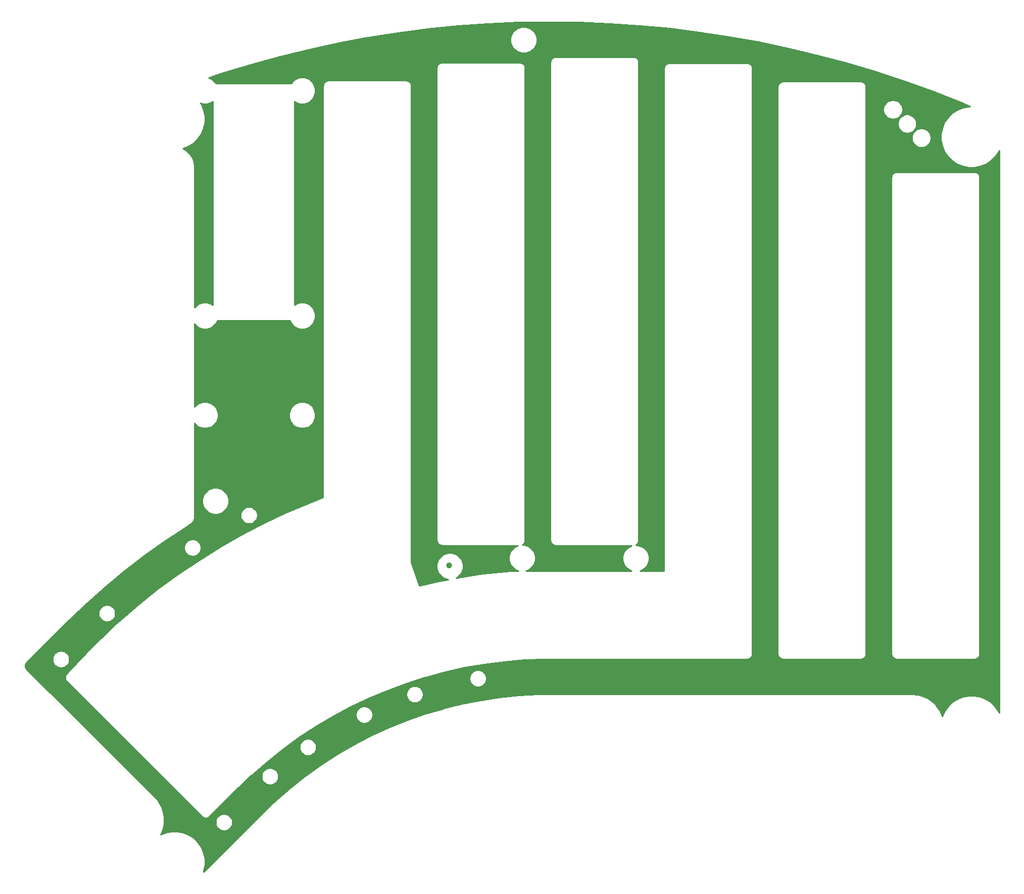
<source format=gtl>
%TF.GenerationSoftware,KiCad,Pcbnew,5.1.12-84ad8e8a86~92~ubuntu20.04.1*%
%TF.CreationDate,2021-11-17T00:51:57+01:00*%
%TF.ProjectId,LergoTopPlate_FR4_Rails,4c657267-6f54-46f7-9050-6c6174655f46,v1.A*%
%TF.SameCoordinates,Original*%
%TF.FileFunction,Copper,L1,Top*%
%TF.FilePolarity,Positive*%
%FSLAX46Y46*%
G04 Gerber Fmt 4.6, Leading zero omitted, Abs format (unit mm)*
G04 Created by KiCad (PCBNEW 5.1.12-84ad8e8a86~92~ubuntu20.04.1) date 2021-11-17 00:51:57*
%MOMM*%
%LPD*%
G01*
G04 APERTURE LIST*
%TA.AperFunction,SMDPad,CuDef*%
%ADD10C,1.000000*%
%TD*%
%TA.AperFunction,NonConductor*%
%ADD11C,0.254000*%
%TD*%
%TA.AperFunction,NonConductor*%
%ADD12C,0.150000*%
%TD*%
G04 APERTURE END LIST*
D10*
X144713995Y-109757730D03*
D11*
X166420503Y-18711548D02*
X171480350Y-18912344D01*
X176532638Y-19254342D01*
X181573464Y-19737281D01*
X186598760Y-20360769D01*
X191604700Y-21124330D01*
X196587416Y-22027377D01*
X201542920Y-23069185D01*
X206467462Y-24248967D01*
X211357086Y-25565776D01*
X216208069Y-27018607D01*
X221016579Y-28606314D01*
X225778876Y-30327660D01*
X230491834Y-32181533D01*
X231961377Y-32801844D01*
X231715416Y-32801844D01*
X230724890Y-32998872D01*
X229791836Y-33385356D01*
X228952109Y-33946443D01*
X228237980Y-34660572D01*
X227676893Y-35500299D01*
X227290409Y-36433353D01*
X227093381Y-37423879D01*
X227093381Y-38433809D01*
X227290409Y-39424335D01*
X227676893Y-40357389D01*
X228237980Y-41197116D01*
X228952109Y-41911245D01*
X229791836Y-42472332D01*
X230724890Y-42858816D01*
X231715416Y-43055844D01*
X232725346Y-43055844D01*
X233715872Y-42858816D01*
X234648926Y-42472332D01*
X235488653Y-41911245D01*
X236202782Y-41197116D01*
X236763869Y-40357389D01*
X236843381Y-40165430D01*
X236843382Y-134503416D01*
X236763869Y-134311455D01*
X236202782Y-133471728D01*
X235488653Y-132757599D01*
X234648926Y-132196512D01*
X233715872Y-131810028D01*
X232725346Y-131613000D01*
X231715416Y-131613000D01*
X230724890Y-131810028D01*
X229791836Y-132196512D01*
X228952109Y-132757599D01*
X228237980Y-133471728D01*
X227676893Y-134311455D01*
X227341287Y-135121678D01*
X227325806Y-135057194D01*
X227322024Y-135045955D01*
X227319557Y-135034349D01*
X227304428Y-134993668D01*
X226947119Y-134179697D01*
X226941404Y-134169301D01*
X226936923Y-134158321D01*
X226914829Y-134120962D01*
X226419026Y-133383128D01*
X226411560Y-133373909D01*
X226405205Y-133363894D01*
X226376845Y-133331039D01*
X225758218Y-132692666D01*
X225749242Y-132684918D01*
X225741210Y-132676183D01*
X225707479Y-132648869D01*
X224985583Y-132130135D01*
X224975379Y-132124100D01*
X224965925Y-132116924D01*
X224927891Y-132096015D01*
X224125544Y-131713315D01*
X224114427Y-131709181D01*
X224103857Y-131703795D01*
X224062721Y-131689952D01*
X223205285Y-131455384D01*
X223193616Y-131453284D01*
X223182255Y-131449854D01*
X223139318Y-131443514D01*
X222255611Y-131364646D01*
X222238877Y-131362999D01*
X161741840Y-131366602D01*
X161738903Y-131366891D01*
X159610675Y-131400324D01*
X159609200Y-131400382D01*
X159607715Y-131400382D01*
X159595881Y-131400847D01*
X156384832Y-131577562D01*
X156381909Y-131577792D01*
X156378922Y-131577933D01*
X156367123Y-131578955D01*
X153167963Y-131906734D01*
X153165024Y-131907105D01*
X153162077Y-131907384D01*
X153150338Y-131908961D01*
X149970170Y-132387078D01*
X149967261Y-132387586D01*
X149964322Y-132388004D01*
X149952671Y-132390132D01*
X146798556Y-133017525D01*
X146795670Y-133018170D01*
X146792757Y-133018726D01*
X146781219Y-133021400D01*
X143660160Y-133796675D01*
X143657300Y-133797457D01*
X143654424Y-133798148D01*
X143643025Y-133801362D01*
X140561951Y-134722800D01*
X140559133Y-134723715D01*
X140556292Y-134724541D01*
X140545057Y-134728289D01*
X137510809Y-135793841D01*
X137508040Y-135794887D01*
X137505237Y-135795847D01*
X137494191Y-135800120D01*
X134513505Y-137007422D01*
X134510791Y-137008596D01*
X134508034Y-137009688D01*
X134497202Y-137014477D01*
X131576698Y-138360848D01*
X131574051Y-138362145D01*
X131571340Y-138363369D01*
X131560746Y-138368663D01*
X128706906Y-139851114D01*
X128704318Y-139852537D01*
X128701672Y-139853885D01*
X128691339Y-139859672D01*
X125910500Y-141474912D01*
X125907966Y-141476465D01*
X125905403Y-141477927D01*
X125895353Y-141484194D01*
X123193690Y-143228636D01*
X123191255Y-143230291D01*
X123188740Y-143231887D01*
X123178997Y-143238621D01*
X120562507Y-145108392D01*
X120560157Y-145110157D01*
X120557716Y-145111872D01*
X120548301Y-145119058D01*
X118022796Y-147110007D01*
X118020528Y-147111883D01*
X118018174Y-147113709D01*
X118009108Y-147121330D01*
X115580191Y-149229037D01*
X115578005Y-149231026D01*
X115575749Y-149232953D01*
X115567052Y-149240992D01*
X113250259Y-151451102D01*
X113246794Y-151453947D01*
X103489872Y-161215347D01*
X103568871Y-161024628D01*
X103765899Y-160034102D01*
X103765899Y-159024172D01*
X103568871Y-158033646D01*
X103182387Y-157100592D01*
X102621300Y-156260865D01*
X101907171Y-155546736D01*
X101067444Y-154985649D01*
X100134390Y-154599165D01*
X99143864Y-154402137D01*
X98133934Y-154402137D01*
X97143408Y-154599165D01*
X96333185Y-154934771D01*
X96367835Y-154878227D01*
X96373107Y-154867607D01*
X96379570Y-154857655D01*
X96397638Y-154818191D01*
X96720548Y-153989971D01*
X96723858Y-153978578D01*
X96728454Y-153967645D01*
X96739239Y-153925636D01*
X96739248Y-153925606D01*
X96739249Y-153925595D01*
X96910388Y-153053291D01*
X96911628Y-153041499D01*
X96914216Y-153029919D01*
X96917392Y-152986661D01*
X96917395Y-152986632D01*
X96917394Y-152986621D01*
X96921180Y-152745599D01*
X105518463Y-152745599D01*
X105518463Y-153026693D01*
X105573301Y-153302387D01*
X105680872Y-153562084D01*
X105837039Y-153795806D01*
X106035803Y-153994570D01*
X106269525Y-154150737D01*
X106529222Y-154258308D01*
X106804916Y-154313146D01*
X107086010Y-154313146D01*
X107361704Y-154258308D01*
X107621401Y-154150737D01*
X107855123Y-153994570D01*
X108053887Y-153795806D01*
X108210054Y-153562084D01*
X108317625Y-153302387D01*
X108372463Y-153026693D01*
X108372463Y-152745599D01*
X108317625Y-152469905D01*
X108210054Y-152210208D01*
X108053887Y-151976486D01*
X107855123Y-151777722D01*
X107621401Y-151621555D01*
X107361704Y-151513984D01*
X107086010Y-151459146D01*
X106804916Y-151459146D01*
X106529222Y-151513984D01*
X106269525Y-151621555D01*
X106035803Y-151777722D01*
X105837039Y-151976486D01*
X105680872Y-152210208D01*
X105573301Y-152469905D01*
X105518463Y-152745599D01*
X96921180Y-152745599D01*
X96931357Y-152097799D01*
X96930489Y-152085975D01*
X96930986Y-152074119D01*
X96926449Y-152030954D01*
X96782792Y-151153695D01*
X96779841Y-151142203D01*
X96778232Y-151130454D01*
X96766123Y-151088775D01*
X96469388Y-150250820D01*
X96464451Y-150240037D01*
X96460785Y-150228753D01*
X96441486Y-150189877D01*
X96001051Y-149417713D01*
X95994284Y-149407977D01*
X95988677Y-149397519D01*
X95962809Y-149362690D01*
X95962798Y-149362674D01*
X95962793Y-149362669D01*
X95393694Y-148682034D01*
X95383038Y-148669050D01*
X75281689Y-128567701D01*
X80297990Y-128567701D01*
X80297990Y-128691209D01*
X80322085Y-128812344D01*
X80329958Y-128831351D01*
X80331659Y-128840440D01*
X80333263Y-128845819D01*
X80361794Y-128939138D01*
X80375797Y-128972777D01*
X80389326Y-129006604D01*
X80391944Y-129011569D01*
X80438057Y-129097569D01*
X80458331Y-129127853D01*
X80478169Y-129158402D01*
X80481702Y-129162764D01*
X80543641Y-129238170D01*
X80543644Y-129238173D01*
X80556059Y-129253301D01*
X91915371Y-140612613D01*
X91915377Y-140612618D01*
X103246757Y-151944000D01*
X103260068Y-151954924D01*
X103262207Y-151957093D01*
X103266544Y-151960655D01*
X103342380Y-152022065D01*
X103372817Y-152042134D01*
X103402929Y-152062599D01*
X103407876Y-152065251D01*
X103407879Y-152065253D01*
X103407883Y-152065254D01*
X103494195Y-152110763D01*
X103527931Y-152124531D01*
X103561472Y-152138768D01*
X103566834Y-152140407D01*
X103566836Y-152140408D01*
X103566838Y-152140408D01*
X103566840Y-152140409D01*
X103660356Y-152168287D01*
X103667839Y-152169741D01*
X103687716Y-152177975D01*
X103808851Y-152202070D01*
X103932359Y-152202070D01*
X104053494Y-152177975D01*
X104072501Y-152170102D01*
X104081590Y-152168401D01*
X104086969Y-152166797D01*
X104180288Y-152138266D01*
X104213927Y-152124263D01*
X104247754Y-152110734D01*
X104252719Y-152108116D01*
X104338719Y-152062003D01*
X104369003Y-152041729D01*
X104399552Y-152021891D01*
X104403914Y-152018358D01*
X104479320Y-151956419D01*
X104479323Y-151956416D01*
X104494451Y-151944001D01*
X109118573Y-147319881D01*
X109127633Y-147308841D01*
X111503969Y-145038135D01*
X113225927Y-145038135D01*
X113225927Y-145319229D01*
X113280765Y-145594923D01*
X113388336Y-145854620D01*
X113544503Y-146088342D01*
X113743267Y-146287106D01*
X113976989Y-146443273D01*
X114236686Y-146550844D01*
X114512380Y-146605682D01*
X114793474Y-146605682D01*
X115069168Y-146550844D01*
X115328865Y-146443273D01*
X115562587Y-146287106D01*
X115761351Y-146088342D01*
X115917518Y-145854620D01*
X116025089Y-145594923D01*
X116079927Y-145319229D01*
X116079927Y-145038135D01*
X116025089Y-144762441D01*
X115917518Y-144502744D01*
X115761351Y-144269022D01*
X115562587Y-144070258D01*
X115328865Y-143914091D01*
X115069168Y-143806520D01*
X114793474Y-143751682D01*
X114512380Y-143751682D01*
X114236686Y-143806520D01*
X113976989Y-143914091D01*
X113743267Y-144070258D01*
X113544503Y-144269022D01*
X113388336Y-144502744D01*
X113280765Y-144762441D01*
X113225927Y-145038135D01*
X111503969Y-145038135D01*
X111546152Y-144997828D01*
X114092607Y-142776583D01*
X116737213Y-140673132D01*
X117441155Y-140163603D01*
X119578544Y-140163603D01*
X119578544Y-140444697D01*
X119633382Y-140720391D01*
X119740953Y-140980088D01*
X119897120Y-141213810D01*
X120095884Y-141412574D01*
X120329606Y-141568741D01*
X120589303Y-141676312D01*
X120864997Y-141731150D01*
X121146091Y-141731150D01*
X121421785Y-141676312D01*
X121681482Y-141568741D01*
X121915204Y-141412574D01*
X122113968Y-141213810D01*
X122270135Y-140980088D01*
X122377706Y-140720391D01*
X122432544Y-140444697D01*
X122432544Y-140163603D01*
X122377706Y-139887909D01*
X122270135Y-139628212D01*
X122113968Y-139394490D01*
X121915204Y-139195726D01*
X121681482Y-139039559D01*
X121421785Y-138931988D01*
X121146091Y-138877150D01*
X120864997Y-138877150D01*
X120589303Y-138931988D01*
X120329606Y-139039559D01*
X120095884Y-139195726D01*
X119897120Y-139394490D01*
X119740953Y-139628212D01*
X119633382Y-139887909D01*
X119578544Y-140163603D01*
X117441155Y-140163603D01*
X119474506Y-138691819D01*
X122298882Y-136836702D01*
X125204484Y-135111629D01*
X125949988Y-134713603D01*
X129018220Y-134713603D01*
X129018220Y-134994697D01*
X129073058Y-135270391D01*
X129180629Y-135530088D01*
X129336796Y-135763810D01*
X129535560Y-135962574D01*
X129769282Y-136118741D01*
X130028979Y-136226312D01*
X130304673Y-136281150D01*
X130585767Y-136281150D01*
X130861461Y-136226312D01*
X131121158Y-136118741D01*
X131354880Y-135962574D01*
X131553644Y-135763810D01*
X131709811Y-135530088D01*
X131817382Y-135270391D01*
X131872220Y-134994697D01*
X131872220Y-134713603D01*
X131817382Y-134437909D01*
X131709811Y-134178212D01*
X131553644Y-133944490D01*
X131354880Y-133745726D01*
X131121158Y-133589559D01*
X130861461Y-133481988D01*
X130585767Y-133427150D01*
X130304673Y-133427150D01*
X130028979Y-133481988D01*
X129769282Y-133589559D01*
X129535560Y-133745726D01*
X129336796Y-133944490D01*
X129180629Y-134178212D01*
X129073058Y-134437909D01*
X129018220Y-134713603D01*
X125949988Y-134713603D01*
X128185356Y-133520137D01*
X131235359Y-132065500D01*
X133090169Y-131282080D01*
X137490245Y-131282080D01*
X137490245Y-131563174D01*
X137545083Y-131838868D01*
X137652654Y-132098565D01*
X137808821Y-132332287D01*
X138007585Y-132531051D01*
X138241307Y-132687218D01*
X138501004Y-132794789D01*
X138776698Y-132849627D01*
X139057792Y-132849627D01*
X139333486Y-132794789D01*
X139593183Y-132687218D01*
X139826905Y-132531051D01*
X140025669Y-132332287D01*
X140181836Y-132098565D01*
X140289407Y-131838868D01*
X140344245Y-131563174D01*
X140344245Y-131282080D01*
X140289407Y-131006386D01*
X140181836Y-130746689D01*
X140025669Y-130512967D01*
X139826905Y-130314203D01*
X139593183Y-130158036D01*
X139333486Y-130050465D01*
X139057792Y-129995627D01*
X138776698Y-129995627D01*
X138501004Y-130050465D01*
X138241307Y-130158036D01*
X138007585Y-130314203D01*
X137808821Y-130512967D01*
X137652654Y-130746689D01*
X137545083Y-131006386D01*
X137490245Y-131282080D01*
X133090169Y-131282080D01*
X134348186Y-130750729D01*
X137517462Y-129578513D01*
X140500348Y-128626676D01*
X148061850Y-128626676D01*
X148061850Y-128907770D01*
X148116688Y-129183464D01*
X148224259Y-129443161D01*
X148380426Y-129676883D01*
X148579190Y-129875647D01*
X148812912Y-130031814D01*
X149072609Y-130139385D01*
X149348303Y-130194223D01*
X149629397Y-130194223D01*
X149905091Y-130139385D01*
X150164788Y-130031814D01*
X150398510Y-129875647D01*
X150597274Y-129676883D01*
X150753441Y-129443161D01*
X150861012Y-129183464D01*
X150915850Y-128907770D01*
X150915850Y-128626676D01*
X150861012Y-128350982D01*
X150753441Y-128091285D01*
X150597274Y-127857563D01*
X150398510Y-127658799D01*
X150164788Y-127502632D01*
X149905091Y-127395061D01*
X149629397Y-127340223D01*
X149348303Y-127340223D01*
X149072609Y-127395061D01*
X148812912Y-127502632D01*
X148579190Y-127658799D01*
X148380426Y-127857563D01*
X148224259Y-128091285D01*
X148116688Y-128350982D01*
X148061850Y-128626676D01*
X140500348Y-128626676D01*
X140736689Y-128551260D01*
X143999165Y-127671108D01*
X147298191Y-126939862D01*
X150627053Y-126359011D01*
X153978799Y-125929772D01*
X157346526Y-125653022D01*
X160726583Y-125529208D01*
X161761365Y-125522001D01*
X194619747Y-125521999D01*
X194636869Y-125520313D01*
X194639924Y-125520334D01*
X194645511Y-125519786D01*
X194742559Y-125509586D01*
X194778245Y-125502261D01*
X194814040Y-125495433D01*
X194819413Y-125493810D01*
X194912632Y-125464954D01*
X194946216Y-125450836D01*
X194980005Y-125437185D01*
X194984961Y-125434550D01*
X195070798Y-125388137D01*
X195077119Y-125383873D01*
X195096996Y-125375640D01*
X195199689Y-125307023D01*
X195287023Y-125219689D01*
X195355640Y-125116996D01*
X195363514Y-125097988D01*
X195368737Y-125090359D01*
X195371407Y-125085422D01*
X195417219Y-124999261D01*
X195431111Y-124965555D01*
X195445455Y-124932090D01*
X195447115Y-124926727D01*
X195475320Y-124833309D01*
X195482397Y-124797568D01*
X195489973Y-124761926D01*
X195490560Y-124756344D01*
X195500082Y-124659226D01*
X195500082Y-124659220D01*
X195502000Y-124639747D01*
X195502000Y-29500254D01*
X199748000Y-29500254D01*
X199748001Y-36000244D01*
X199748000Y-36000254D01*
X199748001Y-118100244D01*
X199748000Y-118100254D01*
X199748001Y-124639747D01*
X199749687Y-124656869D01*
X199749666Y-124659924D01*
X199750214Y-124665511D01*
X199760414Y-124762559D01*
X199767739Y-124798245D01*
X199774567Y-124834040D01*
X199776190Y-124839413D01*
X199805046Y-124932632D01*
X199819164Y-124966216D01*
X199832815Y-125000005D01*
X199835450Y-125004961D01*
X199881863Y-125090798D01*
X199886127Y-125097119D01*
X199894360Y-125116996D01*
X199962977Y-125219689D01*
X200050311Y-125307023D01*
X200153004Y-125375640D01*
X200172012Y-125383514D01*
X200179641Y-125388737D01*
X200184578Y-125391407D01*
X200270739Y-125437219D01*
X200304445Y-125451111D01*
X200337910Y-125465455D01*
X200343273Y-125467115D01*
X200436691Y-125495320D01*
X200472425Y-125502396D01*
X200508074Y-125509973D01*
X200513656Y-125510560D01*
X200610774Y-125520082D01*
X200610780Y-125520082D01*
X200630253Y-125522000D01*
X213669747Y-125522000D01*
X213686878Y-125520313D01*
X213689924Y-125520334D01*
X213695511Y-125519786D01*
X213792559Y-125509586D01*
X213828245Y-125502261D01*
X213864040Y-125495433D01*
X213869413Y-125493810D01*
X213962632Y-125464954D01*
X213996216Y-125450836D01*
X214030005Y-125437185D01*
X214034961Y-125434550D01*
X214120798Y-125388137D01*
X214127119Y-125383873D01*
X214146996Y-125375640D01*
X214249689Y-125307023D01*
X214337023Y-125219689D01*
X214405640Y-125116996D01*
X214413514Y-125097988D01*
X214418737Y-125090359D01*
X214421407Y-125085422D01*
X214467219Y-124999261D01*
X214481111Y-124965555D01*
X214495455Y-124932090D01*
X214497115Y-124926727D01*
X214525320Y-124833309D01*
X214532397Y-124797568D01*
X214539973Y-124761926D01*
X214540560Y-124756344D01*
X214550082Y-124659226D01*
X214550082Y-124659220D01*
X214552000Y-124639747D01*
X214552000Y-44680254D01*
X218798000Y-44680254D01*
X218798001Y-51180244D01*
X218798000Y-51180254D01*
X218798001Y-118100244D01*
X218798000Y-118100254D01*
X218798001Y-124639747D01*
X218799687Y-124656869D01*
X218799666Y-124659924D01*
X218800214Y-124665511D01*
X218810414Y-124762559D01*
X218817739Y-124798245D01*
X218824567Y-124834040D01*
X218826190Y-124839413D01*
X218855046Y-124932632D01*
X218869164Y-124966216D01*
X218882815Y-125000005D01*
X218885450Y-125004961D01*
X218931863Y-125090798D01*
X218936127Y-125097119D01*
X218944360Y-125116996D01*
X219012977Y-125219689D01*
X219100311Y-125307023D01*
X219203004Y-125375640D01*
X219222012Y-125383514D01*
X219229641Y-125388737D01*
X219234578Y-125391407D01*
X219320739Y-125437219D01*
X219354445Y-125451111D01*
X219387910Y-125465455D01*
X219393273Y-125467115D01*
X219486691Y-125495320D01*
X219522425Y-125502396D01*
X219558074Y-125509973D01*
X219563656Y-125510560D01*
X219660774Y-125520082D01*
X219660780Y-125520082D01*
X219680253Y-125522000D01*
X232719747Y-125522000D01*
X232736878Y-125520313D01*
X232739924Y-125520334D01*
X232745511Y-125519786D01*
X232842559Y-125509586D01*
X232878245Y-125502261D01*
X232914040Y-125495433D01*
X232919413Y-125493810D01*
X233012632Y-125464954D01*
X233046216Y-125450836D01*
X233080005Y-125437185D01*
X233084961Y-125434550D01*
X233170798Y-125388137D01*
X233177119Y-125383873D01*
X233196996Y-125375640D01*
X233299689Y-125307023D01*
X233387023Y-125219689D01*
X233455640Y-125116996D01*
X233463514Y-125097988D01*
X233468737Y-125090359D01*
X233471407Y-125085422D01*
X233517219Y-124999261D01*
X233531111Y-124965555D01*
X233545455Y-124932090D01*
X233547115Y-124926727D01*
X233575320Y-124833309D01*
X233582397Y-124797568D01*
X233589973Y-124761926D01*
X233590560Y-124756344D01*
X233600082Y-124659226D01*
X233600082Y-124659220D01*
X233602000Y-124639747D01*
X233602000Y-44680253D01*
X233600313Y-44663122D01*
X233600334Y-44660076D01*
X233599786Y-44654490D01*
X233589586Y-44557441D01*
X233582261Y-44521755D01*
X233575433Y-44485960D01*
X233573810Y-44480587D01*
X233544954Y-44387368D01*
X233530836Y-44353784D01*
X233517185Y-44319995D01*
X233514550Y-44315039D01*
X233468137Y-44229201D01*
X233463872Y-44222879D01*
X233455640Y-44203004D01*
X233387023Y-44100311D01*
X233299689Y-44012977D01*
X233196996Y-43944360D01*
X233177988Y-43936486D01*
X233170359Y-43931263D01*
X233165422Y-43928593D01*
X233079261Y-43882781D01*
X233045555Y-43868889D01*
X233012090Y-43854545D01*
X233006727Y-43852885D01*
X232913309Y-43824680D01*
X232877575Y-43817604D01*
X232841926Y-43810027D01*
X232836344Y-43809440D01*
X232739227Y-43799918D01*
X232739220Y-43799918D01*
X232719747Y-43798000D01*
X219680253Y-43798000D01*
X219663122Y-43799687D01*
X219660076Y-43799666D01*
X219654490Y-43800214D01*
X219557441Y-43810414D01*
X219521755Y-43817739D01*
X219485960Y-43824567D01*
X219480587Y-43826190D01*
X219387368Y-43855046D01*
X219353784Y-43869164D01*
X219319995Y-43882815D01*
X219315039Y-43885450D01*
X219229201Y-43931863D01*
X219222879Y-43936128D01*
X219203004Y-43944360D01*
X219100311Y-44012977D01*
X219012977Y-44100311D01*
X218944360Y-44203004D01*
X218936486Y-44222012D01*
X218931263Y-44229641D01*
X218928593Y-44234578D01*
X218882781Y-44320739D01*
X218868889Y-44354445D01*
X218854545Y-44387910D01*
X218852885Y-44393273D01*
X218824680Y-44486691D01*
X218817604Y-44522425D01*
X218810027Y-44558074D01*
X218809440Y-44563656D01*
X218799918Y-44660773D01*
X218799918Y-44660781D01*
X218798000Y-44680254D01*
X214552000Y-44680254D01*
X214552000Y-37942880D01*
X222191750Y-37942880D01*
X222191750Y-38263370D01*
X222254275Y-38577703D01*
X222376922Y-38873798D01*
X222554977Y-39140277D01*
X222781598Y-39366898D01*
X223048077Y-39544953D01*
X223344172Y-39667600D01*
X223658505Y-39730125D01*
X223978995Y-39730125D01*
X224293328Y-39667600D01*
X224589423Y-39544953D01*
X224855902Y-39366898D01*
X225082523Y-39140277D01*
X225260578Y-38873798D01*
X225383225Y-38577703D01*
X225445750Y-38263370D01*
X225445750Y-37942880D01*
X225383225Y-37628547D01*
X225260578Y-37332452D01*
X225082523Y-37065973D01*
X224855902Y-36839352D01*
X224589423Y-36661297D01*
X224293328Y-36538650D01*
X223978995Y-36476125D01*
X223658505Y-36476125D01*
X223344172Y-36538650D01*
X223048077Y-36661297D01*
X222781598Y-36839352D01*
X222554977Y-37065973D01*
X222376922Y-37332452D01*
X222254275Y-37628547D01*
X222191750Y-37942880D01*
X214552000Y-37942880D01*
X214552000Y-35566554D01*
X219860500Y-35566554D01*
X219860500Y-35877196D01*
X219921104Y-36181869D01*
X220039981Y-36468864D01*
X220212564Y-36727154D01*
X220432221Y-36946811D01*
X220690511Y-37119394D01*
X220977506Y-37238271D01*
X221282179Y-37298875D01*
X221592821Y-37298875D01*
X221897494Y-37238271D01*
X222184489Y-37119394D01*
X222442779Y-36946811D01*
X222662436Y-36727154D01*
X222835019Y-36468864D01*
X222953896Y-36181869D01*
X223014500Y-35877196D01*
X223014500Y-35566554D01*
X222953896Y-35261881D01*
X222835019Y-34974886D01*
X222662436Y-34716596D01*
X222442779Y-34496939D01*
X222184489Y-34324356D01*
X221897494Y-34205479D01*
X221592821Y-34144875D01*
X221282179Y-34144875D01*
X220977506Y-34205479D01*
X220690511Y-34324356D01*
X220432221Y-34496939D01*
X220212564Y-34716596D01*
X220039981Y-34974886D01*
X219921104Y-35261881D01*
X219860500Y-35566554D01*
X214552000Y-35566554D01*
X214552000Y-33180380D01*
X217429250Y-33180380D01*
X217429250Y-33500870D01*
X217491775Y-33815203D01*
X217614422Y-34111298D01*
X217792477Y-34377777D01*
X218019098Y-34604398D01*
X218285577Y-34782453D01*
X218581672Y-34905100D01*
X218896005Y-34967625D01*
X219216495Y-34967625D01*
X219530828Y-34905100D01*
X219826923Y-34782453D01*
X220093402Y-34604398D01*
X220320023Y-34377777D01*
X220498078Y-34111298D01*
X220620725Y-33815203D01*
X220683250Y-33500870D01*
X220683250Y-33180380D01*
X220620725Y-32866047D01*
X220498078Y-32569952D01*
X220320023Y-32303473D01*
X220093402Y-32076852D01*
X219826923Y-31898797D01*
X219530828Y-31776150D01*
X219216495Y-31713625D01*
X218896005Y-31713625D01*
X218581672Y-31776150D01*
X218285577Y-31898797D01*
X218019098Y-32076852D01*
X217792477Y-32303473D01*
X217614422Y-32569952D01*
X217491775Y-32866047D01*
X217429250Y-33180380D01*
X214552000Y-33180380D01*
X214552000Y-29500253D01*
X214550313Y-29483122D01*
X214550334Y-29480076D01*
X214549786Y-29474490D01*
X214539586Y-29377441D01*
X214532251Y-29341707D01*
X214525433Y-29305960D01*
X214523810Y-29300587D01*
X214494954Y-29207368D01*
X214480836Y-29173784D01*
X214467185Y-29139995D01*
X214464550Y-29135039D01*
X214418137Y-29049201D01*
X214413872Y-29042879D01*
X214405640Y-29023004D01*
X214337023Y-28920311D01*
X214249689Y-28832977D01*
X214146996Y-28764360D01*
X214127988Y-28756486D01*
X214120359Y-28751263D01*
X214115422Y-28748593D01*
X214029261Y-28702781D01*
X213995555Y-28688889D01*
X213962090Y-28674545D01*
X213956727Y-28672885D01*
X213863309Y-28644680D01*
X213827575Y-28637604D01*
X213791926Y-28630027D01*
X213786344Y-28629440D01*
X213689227Y-28619918D01*
X213689220Y-28619918D01*
X213669747Y-28618000D01*
X200630253Y-28618000D01*
X200613122Y-28619687D01*
X200610076Y-28619666D01*
X200604490Y-28620214D01*
X200507441Y-28630414D01*
X200471755Y-28637739D01*
X200435960Y-28644567D01*
X200430587Y-28646190D01*
X200337368Y-28675046D01*
X200303784Y-28689164D01*
X200269995Y-28702815D01*
X200265039Y-28705450D01*
X200179201Y-28751863D01*
X200172879Y-28756128D01*
X200153004Y-28764360D01*
X200050311Y-28832977D01*
X199962977Y-28920311D01*
X199894360Y-29023004D01*
X199886486Y-29042012D01*
X199881263Y-29049641D01*
X199878593Y-29054578D01*
X199832781Y-29140739D01*
X199818889Y-29174445D01*
X199804545Y-29207910D01*
X199802885Y-29213273D01*
X199774680Y-29306691D01*
X199767604Y-29342425D01*
X199760027Y-29378074D01*
X199759440Y-29383656D01*
X199749918Y-29480773D01*
X199749918Y-29480781D01*
X199748000Y-29500254D01*
X195502000Y-29500254D01*
X195502000Y-26420253D01*
X195500313Y-26403122D01*
X195500334Y-26400076D01*
X195499786Y-26394490D01*
X195489586Y-26297441D01*
X195482261Y-26261755D01*
X195475433Y-26225960D01*
X195473810Y-26220587D01*
X195444954Y-26127368D01*
X195430836Y-26093784D01*
X195417185Y-26059995D01*
X195414550Y-26055039D01*
X195368137Y-25969201D01*
X195363872Y-25962879D01*
X195355640Y-25943004D01*
X195287023Y-25840311D01*
X195199689Y-25752977D01*
X195096996Y-25684360D01*
X195077988Y-25676486D01*
X195070359Y-25671263D01*
X195065422Y-25668593D01*
X194979261Y-25622781D01*
X194945555Y-25608889D01*
X194912090Y-25594545D01*
X194906727Y-25592885D01*
X194813309Y-25564680D01*
X194777575Y-25557604D01*
X194741926Y-25550027D01*
X194736344Y-25549440D01*
X194639227Y-25539918D01*
X194639220Y-25539918D01*
X194619747Y-25538000D01*
X181580253Y-25538000D01*
X181563122Y-25539687D01*
X181560076Y-25539666D01*
X181554490Y-25540214D01*
X181457441Y-25550414D01*
X181421755Y-25557739D01*
X181385960Y-25564567D01*
X181380587Y-25566190D01*
X181287368Y-25595046D01*
X181253784Y-25609164D01*
X181219995Y-25622815D01*
X181215039Y-25625450D01*
X181129201Y-25671863D01*
X181122879Y-25676128D01*
X181103004Y-25684360D01*
X181000311Y-25752977D01*
X180912977Y-25840311D01*
X180844360Y-25943004D01*
X180836486Y-25962012D01*
X180831263Y-25969641D01*
X180828593Y-25974578D01*
X180782781Y-26060739D01*
X180768889Y-26094445D01*
X180754545Y-26127910D01*
X180752885Y-26133273D01*
X180724680Y-26226691D01*
X180717604Y-26262425D01*
X180710027Y-26298074D01*
X180709440Y-26303656D01*
X180699918Y-26400773D01*
X180699918Y-26400781D01*
X180698000Y-26420254D01*
X180698001Y-32920244D01*
X180698000Y-32920254D01*
X180698001Y-110718000D01*
X176667806Y-110718000D01*
X177028630Y-110568542D01*
X177393380Y-110324824D01*
X177703574Y-110014630D01*
X177947292Y-109649880D01*
X178115168Y-109244592D01*
X178200750Y-108814340D01*
X178200750Y-108375660D01*
X178115168Y-107945408D01*
X177947292Y-107540120D01*
X177703574Y-107175370D01*
X177393380Y-106865176D01*
X177028630Y-106621458D01*
X176623342Y-106453582D01*
X176193090Y-106368000D01*
X175965569Y-106368000D01*
X176020798Y-106338137D01*
X176027119Y-106333873D01*
X176046996Y-106325640D01*
X176149689Y-106257023D01*
X176237023Y-106169689D01*
X176305640Y-106066996D01*
X176313514Y-106047988D01*
X176318737Y-106040359D01*
X176321407Y-106035422D01*
X176367219Y-105949261D01*
X176381111Y-105915555D01*
X176395455Y-105882090D01*
X176397115Y-105876727D01*
X176425320Y-105783309D01*
X176432396Y-105747575D01*
X176439973Y-105711926D01*
X176440560Y-105706344D01*
X176450082Y-105609226D01*
X176450082Y-105609220D01*
X176452000Y-105589747D01*
X176452000Y-25380253D01*
X176450313Y-25363122D01*
X176450334Y-25360076D01*
X176449786Y-25354490D01*
X176439586Y-25257441D01*
X176432261Y-25221755D01*
X176425433Y-25185960D01*
X176423810Y-25180587D01*
X176394954Y-25087368D01*
X176380836Y-25053784D01*
X176367185Y-25019995D01*
X176364550Y-25015039D01*
X176318137Y-24929201D01*
X176313872Y-24922879D01*
X176305640Y-24903004D01*
X176237023Y-24800311D01*
X176149689Y-24712977D01*
X176046996Y-24644360D01*
X176027988Y-24636486D01*
X176020359Y-24631263D01*
X176015422Y-24628593D01*
X175929261Y-24582781D01*
X175895555Y-24568889D01*
X175862090Y-24554545D01*
X175856727Y-24552885D01*
X175763309Y-24524680D01*
X175727575Y-24517604D01*
X175691926Y-24510027D01*
X175686344Y-24509440D01*
X175589227Y-24499918D01*
X175589220Y-24499918D01*
X175569747Y-24498000D01*
X162530253Y-24498000D01*
X162513122Y-24499687D01*
X162510076Y-24499666D01*
X162504490Y-24500214D01*
X162407441Y-24510414D01*
X162371755Y-24517739D01*
X162335960Y-24524567D01*
X162330587Y-24526190D01*
X162237368Y-24555046D01*
X162203784Y-24569164D01*
X162169995Y-24582815D01*
X162165039Y-24585450D01*
X162079201Y-24631863D01*
X162072879Y-24636128D01*
X162053004Y-24644360D01*
X161950311Y-24712977D01*
X161862977Y-24800311D01*
X161794360Y-24903004D01*
X161786486Y-24922012D01*
X161781263Y-24929641D01*
X161778593Y-24934578D01*
X161732781Y-25020739D01*
X161718889Y-25054445D01*
X161704545Y-25087910D01*
X161702885Y-25093273D01*
X161674680Y-25186691D01*
X161667604Y-25222425D01*
X161660027Y-25258074D01*
X161659440Y-25263656D01*
X161649918Y-25360773D01*
X161649918Y-25360781D01*
X161648000Y-25380254D01*
X161648001Y-31880244D01*
X161648000Y-31880254D01*
X161648001Y-99050244D01*
X161648000Y-99050254D01*
X161648001Y-105589747D01*
X161649687Y-105606869D01*
X161649666Y-105609924D01*
X161650214Y-105615511D01*
X161660414Y-105712559D01*
X161667739Y-105748245D01*
X161674567Y-105784040D01*
X161676190Y-105789413D01*
X161705046Y-105882632D01*
X161719164Y-105916216D01*
X161732815Y-105950005D01*
X161735450Y-105954961D01*
X161781863Y-106040798D01*
X161786127Y-106047119D01*
X161794360Y-106066996D01*
X161862977Y-106169689D01*
X161950311Y-106257023D01*
X162053004Y-106325640D01*
X162072012Y-106333514D01*
X162079641Y-106338737D01*
X162084578Y-106341407D01*
X162170739Y-106387219D01*
X162204445Y-106401111D01*
X162237910Y-106415455D01*
X162243273Y-106417115D01*
X162336691Y-106445320D01*
X162372425Y-106452396D01*
X162408074Y-106459973D01*
X162413656Y-106460560D01*
X162510774Y-106470082D01*
X162510780Y-106470082D01*
X162530253Y-106472000D01*
X175279693Y-106472000D01*
X174918870Y-106621458D01*
X174554120Y-106865176D01*
X174243926Y-107175370D01*
X174000208Y-107540120D01*
X173832332Y-107945408D01*
X173746750Y-108375660D01*
X173746750Y-108814340D01*
X173832332Y-109244592D01*
X174000208Y-109649880D01*
X174243926Y-110014630D01*
X174554120Y-110324824D01*
X174918870Y-110568542D01*
X175279694Y-110718000D01*
X157565380Y-110718002D01*
X157573342Y-110716418D01*
X157978630Y-110548542D01*
X158343380Y-110304824D01*
X158653574Y-109994630D01*
X158897292Y-109629880D01*
X159065168Y-109224592D01*
X159150750Y-108794340D01*
X159150750Y-108355660D01*
X159065168Y-107925408D01*
X158897292Y-107520120D01*
X158653574Y-107155370D01*
X158343380Y-106845176D01*
X157978630Y-106601458D01*
X157573342Y-106433582D01*
X157143090Y-106348000D01*
X156915569Y-106348000D01*
X156970798Y-106318137D01*
X156977119Y-106313873D01*
X156996996Y-106305640D01*
X157099689Y-106237023D01*
X157187023Y-106149689D01*
X157255640Y-106046996D01*
X157263514Y-106027988D01*
X157268737Y-106020359D01*
X157271407Y-106015422D01*
X157317219Y-105929261D01*
X157331111Y-105895555D01*
X157345455Y-105862090D01*
X157347115Y-105856727D01*
X157375320Y-105763309D01*
X157382396Y-105727575D01*
X157389973Y-105691926D01*
X157390560Y-105686344D01*
X157400082Y-105589226D01*
X157400082Y-105589220D01*
X157402000Y-105569747D01*
X157402000Y-26340253D01*
X157400313Y-26323122D01*
X157400334Y-26320076D01*
X157399786Y-26314490D01*
X157389586Y-26217441D01*
X157382261Y-26181755D01*
X157375433Y-26145960D01*
X157373810Y-26140587D01*
X157344954Y-26047368D01*
X157330836Y-26013784D01*
X157317185Y-25979995D01*
X157314550Y-25975039D01*
X157268137Y-25889201D01*
X157263872Y-25882879D01*
X157255640Y-25863004D01*
X157187023Y-25760311D01*
X157099689Y-25672977D01*
X156996996Y-25604360D01*
X156977988Y-25596486D01*
X156970359Y-25591263D01*
X156965422Y-25588593D01*
X156879261Y-25542781D01*
X156845555Y-25528889D01*
X156812090Y-25514545D01*
X156806727Y-25512885D01*
X156713309Y-25484680D01*
X156677575Y-25477604D01*
X156641926Y-25470027D01*
X156636344Y-25469440D01*
X156539227Y-25459918D01*
X156539220Y-25459918D01*
X156519747Y-25458000D01*
X143480253Y-25458000D01*
X143463122Y-25459687D01*
X143460076Y-25459666D01*
X143454490Y-25460214D01*
X143357441Y-25470414D01*
X143321755Y-25477739D01*
X143285960Y-25484567D01*
X143280587Y-25486190D01*
X143187368Y-25515046D01*
X143153784Y-25529164D01*
X143119995Y-25542815D01*
X143115039Y-25545450D01*
X143029201Y-25591863D01*
X143022879Y-25596128D01*
X143003004Y-25604360D01*
X142900311Y-25672977D01*
X142812977Y-25760311D01*
X142744360Y-25863004D01*
X142736486Y-25882012D01*
X142731263Y-25889641D01*
X142728593Y-25894578D01*
X142682781Y-25980739D01*
X142668889Y-26014445D01*
X142654545Y-26047910D01*
X142652885Y-26053273D01*
X142624680Y-26146691D01*
X142617604Y-26182425D01*
X142610027Y-26218074D01*
X142609440Y-26223656D01*
X142599918Y-26320773D01*
X142599918Y-26320781D01*
X142598000Y-26340254D01*
X142598001Y-32840244D01*
X142598000Y-32840254D01*
X142598001Y-99030244D01*
X142598000Y-99030254D01*
X142598001Y-105569747D01*
X142599687Y-105586869D01*
X142599666Y-105589924D01*
X142600214Y-105595511D01*
X142610414Y-105692559D01*
X142617739Y-105728245D01*
X142624567Y-105764040D01*
X142626190Y-105769413D01*
X142655046Y-105862632D01*
X142669164Y-105896216D01*
X142682815Y-105930005D01*
X142685450Y-105934961D01*
X142731863Y-106020798D01*
X142736127Y-106027119D01*
X142744360Y-106046996D01*
X142812977Y-106149689D01*
X142900311Y-106237023D01*
X143003004Y-106305640D01*
X143022012Y-106313514D01*
X143029641Y-106318737D01*
X143034578Y-106321407D01*
X143120739Y-106367219D01*
X143154445Y-106381111D01*
X143187910Y-106395455D01*
X143193273Y-106397115D01*
X143286691Y-106425320D01*
X143322425Y-106432396D01*
X143358074Y-106439973D01*
X143363656Y-106440560D01*
X143460774Y-106450082D01*
X143460780Y-106450082D01*
X143480253Y-106452000D01*
X156229693Y-106452000D01*
X155868870Y-106601458D01*
X155504120Y-106845176D01*
X155193926Y-107155370D01*
X154950208Y-107520120D01*
X154782332Y-107925408D01*
X154696750Y-108355660D01*
X154696750Y-108794340D01*
X154782332Y-109224592D01*
X154950208Y-109629880D01*
X155193926Y-109994630D01*
X155504120Y-110304824D01*
X155868870Y-110548542D01*
X156274158Y-110716418D01*
X156282121Y-110718002D01*
X154740254Y-110718002D01*
X154723894Y-110719613D01*
X154118075Y-110769422D01*
X154113181Y-110769928D01*
X154108322Y-110770344D01*
X150395453Y-111166905D01*
X150380291Y-111168846D01*
X150378752Y-111169043D01*
X146685746Y-111720734D01*
X146669149Y-111723570D01*
X145875169Y-111876416D01*
X146213074Y-111650635D01*
X146523268Y-111340441D01*
X146766986Y-110975691D01*
X146934862Y-110570403D01*
X147020444Y-110140151D01*
X147020444Y-109701471D01*
X146934862Y-109271219D01*
X146766986Y-108865931D01*
X146523268Y-108501181D01*
X146213074Y-108190987D01*
X145848324Y-107947269D01*
X145443036Y-107779393D01*
X145012784Y-107693811D01*
X144574104Y-107693811D01*
X144143852Y-107779393D01*
X143738564Y-107947269D01*
X143373814Y-108190987D01*
X143063620Y-108501181D01*
X142819902Y-108865931D01*
X142652026Y-109271219D01*
X142566444Y-109701471D01*
X142566444Y-110140151D01*
X142652026Y-110570403D01*
X142819902Y-110975691D01*
X143063620Y-111340441D01*
X143373814Y-111650635D01*
X143738564Y-111894353D01*
X144143852Y-112062229D01*
X144520626Y-112137174D01*
X143002485Y-112429425D01*
X142986021Y-112432953D01*
X139706228Y-113208050D01*
X138352000Y-109275088D01*
X138352000Y-29340253D01*
X138350313Y-29323122D01*
X138350334Y-29320076D01*
X138349786Y-29314490D01*
X138339586Y-29217441D01*
X138332261Y-29181755D01*
X138325433Y-29145960D01*
X138323810Y-29140587D01*
X138294954Y-29047368D01*
X138280836Y-29013784D01*
X138267185Y-28979995D01*
X138264550Y-28975039D01*
X138218137Y-28889201D01*
X138213872Y-28882879D01*
X138205640Y-28863004D01*
X138137023Y-28760311D01*
X138049689Y-28672977D01*
X137946996Y-28604360D01*
X137927988Y-28596486D01*
X137920359Y-28591263D01*
X137915422Y-28588593D01*
X137829261Y-28542781D01*
X137795555Y-28528889D01*
X137762090Y-28514545D01*
X137756727Y-28512885D01*
X137663309Y-28484680D01*
X137627575Y-28477604D01*
X137591926Y-28470027D01*
X137586344Y-28469440D01*
X137489227Y-28459918D01*
X137489220Y-28459918D01*
X137469747Y-28458000D01*
X124430253Y-28458000D01*
X124413122Y-28459687D01*
X124410076Y-28459666D01*
X124404490Y-28460214D01*
X124307441Y-28470414D01*
X124271755Y-28477739D01*
X124235960Y-28484567D01*
X124230587Y-28486190D01*
X124137368Y-28515046D01*
X124103784Y-28529164D01*
X124069995Y-28542815D01*
X124065039Y-28545450D01*
X123979201Y-28591863D01*
X123972879Y-28596128D01*
X123953004Y-28604360D01*
X123850311Y-28672977D01*
X123762977Y-28760311D01*
X123694360Y-28863004D01*
X123686486Y-28882012D01*
X123681263Y-28889641D01*
X123678593Y-28894578D01*
X123632781Y-28980739D01*
X123618889Y-29014445D01*
X123604545Y-29047910D01*
X123602885Y-29053273D01*
X123574680Y-29146691D01*
X123567604Y-29182425D01*
X123560027Y-29218074D01*
X123559440Y-29223656D01*
X123549918Y-29320773D01*
X123549918Y-29320781D01*
X123548000Y-29340254D01*
X123548001Y-35840244D01*
X123548000Y-35840254D01*
X123548001Y-98391523D01*
X121024828Y-99372889D01*
X121024542Y-99373007D01*
X121024240Y-99373118D01*
X121012551Y-99377899D01*
X117194243Y-101009944D01*
X117192980Y-101010513D01*
X117191667Y-101011055D01*
X117180275Y-101016233D01*
X117180169Y-101016281D01*
X117180149Y-101016291D01*
X113427327Y-102793699D01*
X113426082Y-102794318D01*
X113424794Y-102794909D01*
X113413619Y-102800516D01*
X113413506Y-102800572D01*
X113413485Y-102800584D01*
X109731661Y-104720743D01*
X109730419Y-104721421D01*
X109729177Y-104722050D01*
X109718115Y-104728142D01*
X106112694Y-106788236D01*
X106111486Y-106788958D01*
X106110262Y-106789637D01*
X106099442Y-106796149D01*
X102575761Y-108993129D01*
X102574582Y-108993896D01*
X102573385Y-108994622D01*
X102562952Y-109001460D01*
X102562822Y-109001545D01*
X102562798Y-109001562D01*
X99126077Y-111332173D01*
X99124948Y-111332971D01*
X99123759Y-111333756D01*
X99113471Y-111341079D01*
X95768725Y-113801917D01*
X95767615Y-113802767D01*
X95766470Y-113803588D01*
X95756470Y-113811301D01*
X92508656Y-116398722D01*
X92507582Y-116399612D01*
X92506467Y-116400478D01*
X92496936Y-116408432D01*
X92496771Y-116408569D01*
X92496742Y-116408595D01*
X89350677Y-119118760D01*
X89349635Y-119119693D01*
X89348557Y-119120599D01*
X89339318Y-119128931D01*
X89339178Y-119129057D01*
X89339153Y-119129082D01*
X86299441Y-121958022D01*
X86298439Y-121958991D01*
X86297393Y-121959941D01*
X86288346Y-121968752D01*
X83359447Y-124912321D01*
X83358486Y-124913324D01*
X83357474Y-124914317D01*
X83348772Y-124923469D01*
X80561132Y-127948972D01*
X80560273Y-127949605D01*
X80506923Y-128008124D01*
X80466015Y-128075925D01*
X80439120Y-128150405D01*
X80437374Y-128161940D01*
X80434808Y-128166726D01*
X80389297Y-128253046D01*
X80375535Y-128286768D01*
X80361292Y-128320322D01*
X80359651Y-128325689D01*
X80331773Y-128419206D01*
X80330319Y-128426689D01*
X80322085Y-128446566D01*
X80297990Y-128567701D01*
X75281689Y-128567701D01*
X73847175Y-127133187D01*
X73827296Y-127102576D01*
X73823896Y-127098377D01*
X73724105Y-126976891D01*
X73667740Y-126871771D01*
X73632869Y-126757711D01*
X73620814Y-126639041D01*
X73632039Y-126520299D01*
X73666113Y-126405998D01*
X73721743Y-126300487D01*
X73820684Y-126178305D01*
X73827025Y-126168689D01*
X73847200Y-126143949D01*
X73850990Y-126136820D01*
X74571887Y-125415923D01*
X78188787Y-125415923D01*
X78188787Y-125697017D01*
X78243625Y-125972711D01*
X78351196Y-126232408D01*
X78507363Y-126466130D01*
X78706127Y-126664894D01*
X78939849Y-126821061D01*
X79199546Y-126928632D01*
X79475240Y-126983470D01*
X79756334Y-126983470D01*
X80032028Y-126928632D01*
X80291725Y-126821061D01*
X80525447Y-126664894D01*
X80724211Y-126466130D01*
X80880378Y-126232408D01*
X80987949Y-125972711D01*
X81042787Y-125697017D01*
X81042787Y-125415923D01*
X80987949Y-125140229D01*
X80880378Y-124880532D01*
X80724211Y-124646810D01*
X80525447Y-124448046D01*
X80291725Y-124291879D01*
X80032028Y-124184308D01*
X79756334Y-124129470D01*
X79475240Y-124129470D01*
X79199546Y-124184308D01*
X78939849Y-124291879D01*
X78706127Y-124448046D01*
X78507363Y-124646810D01*
X78351196Y-124880532D01*
X78243625Y-125140229D01*
X78188787Y-125415923D01*
X74571887Y-125415923D01*
X80876849Y-119110962D01*
X82331793Y-117708459D01*
X85896251Y-117708459D01*
X85896251Y-117989553D01*
X85951089Y-118265247D01*
X86058660Y-118524944D01*
X86214827Y-118758666D01*
X86413591Y-118957430D01*
X86647313Y-119113597D01*
X86907010Y-119221168D01*
X87182704Y-119276006D01*
X87463798Y-119276006D01*
X87739492Y-119221168D01*
X87999189Y-119113597D01*
X88232911Y-118957430D01*
X88431675Y-118758666D01*
X88587842Y-118524944D01*
X88695413Y-118265247D01*
X88750251Y-117989553D01*
X88750251Y-117708459D01*
X88695413Y-117432765D01*
X88587842Y-117173068D01*
X88431675Y-116939346D01*
X88232911Y-116740582D01*
X87999189Y-116584415D01*
X87739492Y-116476844D01*
X87463798Y-116422006D01*
X87182704Y-116422006D01*
X86907010Y-116476844D01*
X86647313Y-116584415D01*
X86413591Y-116740582D01*
X86214827Y-116939346D01*
X86058660Y-117173068D01*
X85951089Y-117432765D01*
X85896251Y-117708459D01*
X82331793Y-117708459D01*
X83897581Y-116199108D01*
X87020414Y-113402204D01*
X90243640Y-110721611D01*
X93562920Y-108160932D01*
X95618987Y-106691721D01*
X100253544Y-106691721D01*
X100253544Y-106972815D01*
X100308382Y-107248509D01*
X100415953Y-107508206D01*
X100572120Y-107741928D01*
X100770884Y-107940692D01*
X101004606Y-108096859D01*
X101264303Y-108204430D01*
X101539997Y-108259268D01*
X101821091Y-108259268D01*
X102096785Y-108204430D01*
X102356482Y-108096859D01*
X102590204Y-107940692D01*
X102788968Y-107741928D01*
X102945135Y-107508206D01*
X103052706Y-107248509D01*
X103107544Y-106972815D01*
X103107544Y-106691721D01*
X103052706Y-106416027D01*
X102945135Y-106156330D01*
X102788968Y-105922608D01*
X102590204Y-105723844D01*
X102356482Y-105567677D01*
X102096785Y-105460106D01*
X101821091Y-105405268D01*
X101539997Y-105405268D01*
X101264303Y-105460106D01*
X101004606Y-105567677D01*
X100770884Y-105723844D01*
X100572120Y-105922608D01*
X100415953Y-106156330D01*
X100308382Y-106416027D01*
X100253544Y-106691721D01*
X95618987Y-106691721D01*
X96973819Y-105723595D01*
X100473895Y-103411458D01*
X101343658Y-102864987D01*
X101343685Y-102864970D01*
X101348053Y-102862183D01*
X101378813Y-102842258D01*
X101393880Y-102830259D01*
X101409998Y-102819718D01*
X101414079Y-102816392D01*
X101564492Y-102692031D01*
X101588575Y-102667793D01*
X101612994Y-102643894D01*
X101616345Y-102639845D01*
X101616352Y-102639838D01*
X101616357Y-102639830D01*
X101739745Y-102488632D01*
X101758663Y-102460176D01*
X101777974Y-102431989D01*
X101780480Y-102427359D01*
X101872154Y-102255064D01*
X101885173Y-102223502D01*
X101898653Y-102192075D01*
X101900211Y-102187047D01*
X101956674Y-102000227D01*
X101963320Y-101966711D01*
X101970434Y-101933288D01*
X101970986Y-101928053D01*
X101990086Y-101733824D01*
X101991896Y-101715448D01*
X101991896Y-101241721D01*
X109693220Y-101241721D01*
X109693220Y-101522815D01*
X109748058Y-101798509D01*
X109855629Y-102058206D01*
X110011796Y-102291928D01*
X110210560Y-102490692D01*
X110444282Y-102646859D01*
X110703979Y-102754430D01*
X110979673Y-102809268D01*
X111260767Y-102809268D01*
X111536461Y-102754430D01*
X111796158Y-102646859D01*
X112029880Y-102490692D01*
X112228644Y-102291928D01*
X112384811Y-102058206D01*
X112492382Y-101798509D01*
X112547220Y-101522815D01*
X112547220Y-101241721D01*
X112492382Y-100966027D01*
X112384811Y-100706330D01*
X112228644Y-100472608D01*
X112029880Y-100273844D01*
X111796158Y-100117677D01*
X111536461Y-100010106D01*
X111260767Y-99955268D01*
X110979673Y-99955268D01*
X110703979Y-100010106D01*
X110444282Y-100117677D01*
X110210560Y-100273844D01*
X110011796Y-100472608D01*
X109855629Y-100706330D01*
X109748058Y-100966027D01*
X109693220Y-101241721D01*
X101991896Y-101241721D01*
X101991896Y-98780660D01*
X103273000Y-98780660D01*
X103273000Y-99219340D01*
X103358582Y-99649592D01*
X103526458Y-100054880D01*
X103770176Y-100419630D01*
X104080370Y-100729824D01*
X104445120Y-100973542D01*
X104850408Y-101141418D01*
X105280660Y-101227000D01*
X105719340Y-101227000D01*
X106149592Y-101141418D01*
X106554880Y-100973542D01*
X106919630Y-100729824D01*
X107229824Y-100419630D01*
X107473542Y-100054880D01*
X107641418Y-99649592D01*
X107727000Y-99219340D01*
X107727000Y-98780660D01*
X107641418Y-98350408D01*
X107473542Y-97945120D01*
X107229824Y-97580370D01*
X106919630Y-97270176D01*
X106554880Y-97026458D01*
X106149592Y-96858582D01*
X105719340Y-96773000D01*
X105280660Y-96773000D01*
X104850408Y-96858582D01*
X104445120Y-97026458D01*
X104080370Y-97270176D01*
X103770176Y-97580370D01*
X103526458Y-97945120D01*
X103358582Y-98350408D01*
X103273000Y-98780660D01*
X101991896Y-98780660D01*
X101991896Y-85949202D01*
X102026426Y-86000880D01*
X102336620Y-86311074D01*
X102701370Y-86554792D01*
X103106658Y-86722668D01*
X103536910Y-86808250D01*
X103975590Y-86808250D01*
X104405842Y-86722668D01*
X104811130Y-86554792D01*
X105175880Y-86311074D01*
X105486074Y-86000880D01*
X105729792Y-85636130D01*
X105897668Y-85230842D01*
X105983250Y-84800590D01*
X105983250Y-84361910D01*
X117816750Y-84361910D01*
X117816750Y-84800590D01*
X117902332Y-85230842D01*
X118070208Y-85636130D01*
X118313926Y-86000880D01*
X118624120Y-86311074D01*
X118988870Y-86554792D01*
X119394158Y-86722668D01*
X119824410Y-86808250D01*
X120263090Y-86808250D01*
X120693342Y-86722668D01*
X121098630Y-86554792D01*
X121463380Y-86311074D01*
X121773574Y-86000880D01*
X122017292Y-85636130D01*
X122185168Y-85230842D01*
X122270750Y-84800590D01*
X122270750Y-84361910D01*
X122185168Y-83931658D01*
X122017292Y-83526370D01*
X121773574Y-83161620D01*
X121463380Y-82851426D01*
X121098630Y-82607708D01*
X120693342Y-82439832D01*
X120263090Y-82354250D01*
X119824410Y-82354250D01*
X119394158Y-82439832D01*
X118988870Y-82607708D01*
X118624120Y-82851426D01*
X118313926Y-83161620D01*
X118070208Y-83526370D01*
X117902332Y-83931658D01*
X117816750Y-84361910D01*
X105983250Y-84361910D01*
X105897668Y-83931658D01*
X105729792Y-83526370D01*
X105486074Y-83161620D01*
X105175880Y-82851426D01*
X104811130Y-82607708D01*
X104405842Y-82439832D01*
X103975590Y-82354250D01*
X103536910Y-82354250D01*
X103106658Y-82439832D01*
X102701370Y-82607708D01*
X102336620Y-82851426D01*
X102026426Y-83161620D01*
X101991896Y-83213298D01*
X101991896Y-69280452D01*
X102026426Y-69332130D01*
X102336620Y-69642324D01*
X102701370Y-69886042D01*
X103106658Y-70053918D01*
X103536910Y-70139500D01*
X103975590Y-70139500D01*
X104405842Y-70053918D01*
X104811130Y-69886042D01*
X105175880Y-69642324D01*
X105486074Y-69332130D01*
X105729792Y-68967380D01*
X105836355Y-68710115D01*
X105862237Y-68712653D01*
X105862240Y-68712653D01*
X105880993Y-68714500D01*
X117919007Y-68714500D01*
X117935519Y-68712874D01*
X117938566Y-68712895D01*
X117943943Y-68712368D01*
X117963718Y-68710290D01*
X118070208Y-68967380D01*
X118313926Y-69332130D01*
X118624120Y-69642324D01*
X118988870Y-69886042D01*
X119394158Y-70053918D01*
X119824410Y-70139500D01*
X120263090Y-70139500D01*
X120693342Y-70053918D01*
X121098630Y-69886042D01*
X121463380Y-69642324D01*
X121773574Y-69332130D01*
X122017292Y-68967380D01*
X122185168Y-68562092D01*
X122270750Y-68131840D01*
X122270750Y-67693160D01*
X122185168Y-67262908D01*
X122017292Y-66857620D01*
X121773574Y-66492870D01*
X121463380Y-66182676D01*
X121098630Y-65938958D01*
X120693342Y-65771082D01*
X120263090Y-65685500D01*
X119824410Y-65685500D01*
X119394158Y-65771082D01*
X118988870Y-65938958D01*
X118787000Y-66073843D01*
X118787000Y-31996157D01*
X118988870Y-32131042D01*
X119394158Y-32298918D01*
X119824410Y-32384500D01*
X120263090Y-32384500D01*
X120693342Y-32298918D01*
X121098630Y-32131042D01*
X121463380Y-31887324D01*
X121773574Y-31577130D01*
X122017292Y-31212380D01*
X122185168Y-30807092D01*
X122270750Y-30376840D01*
X122270750Y-29938160D01*
X122185168Y-29507908D01*
X122017292Y-29102620D01*
X121773574Y-28737870D01*
X121463380Y-28427676D01*
X121098630Y-28183958D01*
X120693342Y-28016082D01*
X120263090Y-27930500D01*
X119824410Y-27930500D01*
X119394158Y-28016082D01*
X118988870Y-28183958D01*
X118624120Y-28427676D01*
X118313926Y-28737870D01*
X118152378Y-28979645D01*
X118108974Y-28966540D01*
X118074548Y-28959723D01*
X118040254Y-28952434D01*
X118034886Y-28951870D01*
X118034883Y-28951869D01*
X118034880Y-28951869D01*
X117937763Y-28942347D01*
X117937760Y-28942347D01*
X117919007Y-28940500D01*
X105880993Y-28940500D01*
X105864481Y-28942126D01*
X105861435Y-28942105D01*
X105856058Y-28942632D01*
X105759009Y-28952832D01*
X105724610Y-28959893D01*
X105690195Y-28966458D01*
X105685022Y-28968019D01*
X105647596Y-28979604D01*
X105486074Y-28737870D01*
X105175880Y-28427676D01*
X104811130Y-28183958D01*
X104405842Y-28016082D01*
X104336409Y-28002271D01*
X106543664Y-27262557D01*
X111388132Y-25788160D01*
X116271858Y-24449607D01*
X121191068Y-23247936D01*
X126141909Y-22184086D01*
X130145739Y-21440035D01*
X154916750Y-21440035D01*
X154916750Y-21878715D01*
X155002332Y-22308967D01*
X155170208Y-22714255D01*
X155413926Y-23079005D01*
X155724120Y-23389199D01*
X156088870Y-23632917D01*
X156494158Y-23800793D01*
X156924410Y-23886375D01*
X157363090Y-23886375D01*
X157793342Y-23800793D01*
X158198630Y-23632917D01*
X158563380Y-23389199D01*
X158873574Y-23079005D01*
X159117292Y-22714255D01*
X159285168Y-22308967D01*
X159370750Y-21878715D01*
X159370750Y-21440035D01*
X159285168Y-21009783D01*
X159117292Y-20604495D01*
X158873574Y-20239745D01*
X158563380Y-19929551D01*
X158198630Y-19685833D01*
X157793342Y-19517957D01*
X157363090Y-19432375D01*
X156924410Y-19432375D01*
X156494158Y-19517957D01*
X156088870Y-19685833D01*
X155724120Y-19929551D01*
X155413926Y-20239745D01*
X155170208Y-20604495D01*
X155002332Y-21009783D01*
X154916750Y-21440035D01*
X130145739Y-21440035D01*
X131120530Y-21258885D01*
X136123054Y-20473055D01*
X141145539Y-19827213D01*
X146184135Y-19321855D01*
X151234853Y-18957382D01*
X156293760Y-18734076D01*
X161356993Y-18652110D01*
X166420503Y-18711548D01*
%TA.AperFunction,NonConductor*%
D12*
G36*
X166420503Y-18711548D02*
G01*
X171480350Y-18912344D01*
X176532638Y-19254342D01*
X181573464Y-19737281D01*
X186598760Y-20360769D01*
X191604700Y-21124330D01*
X196587416Y-22027377D01*
X201542920Y-23069185D01*
X206467462Y-24248967D01*
X211357086Y-25565776D01*
X216208069Y-27018607D01*
X221016579Y-28606314D01*
X225778876Y-30327660D01*
X230491834Y-32181533D01*
X231961377Y-32801844D01*
X231715416Y-32801844D01*
X230724890Y-32998872D01*
X229791836Y-33385356D01*
X228952109Y-33946443D01*
X228237980Y-34660572D01*
X227676893Y-35500299D01*
X227290409Y-36433353D01*
X227093381Y-37423879D01*
X227093381Y-38433809D01*
X227290409Y-39424335D01*
X227676893Y-40357389D01*
X228237980Y-41197116D01*
X228952109Y-41911245D01*
X229791836Y-42472332D01*
X230724890Y-42858816D01*
X231715416Y-43055844D01*
X232725346Y-43055844D01*
X233715872Y-42858816D01*
X234648926Y-42472332D01*
X235488653Y-41911245D01*
X236202782Y-41197116D01*
X236763869Y-40357389D01*
X236843381Y-40165430D01*
X236843382Y-134503416D01*
X236763869Y-134311455D01*
X236202782Y-133471728D01*
X235488653Y-132757599D01*
X234648926Y-132196512D01*
X233715872Y-131810028D01*
X232725346Y-131613000D01*
X231715416Y-131613000D01*
X230724890Y-131810028D01*
X229791836Y-132196512D01*
X228952109Y-132757599D01*
X228237980Y-133471728D01*
X227676893Y-134311455D01*
X227341287Y-135121678D01*
X227325806Y-135057194D01*
X227322024Y-135045955D01*
X227319557Y-135034349D01*
X227304428Y-134993668D01*
X226947119Y-134179697D01*
X226941404Y-134169301D01*
X226936923Y-134158321D01*
X226914829Y-134120962D01*
X226419026Y-133383128D01*
X226411560Y-133373909D01*
X226405205Y-133363894D01*
X226376845Y-133331039D01*
X225758218Y-132692666D01*
X225749242Y-132684918D01*
X225741210Y-132676183D01*
X225707479Y-132648869D01*
X224985583Y-132130135D01*
X224975379Y-132124100D01*
X224965925Y-132116924D01*
X224927891Y-132096015D01*
X224125544Y-131713315D01*
X224114427Y-131709181D01*
X224103857Y-131703795D01*
X224062721Y-131689952D01*
X223205285Y-131455384D01*
X223193616Y-131453284D01*
X223182255Y-131449854D01*
X223139318Y-131443514D01*
X222255611Y-131364646D01*
X222238877Y-131362999D01*
X161741840Y-131366602D01*
X161738903Y-131366891D01*
X159610675Y-131400324D01*
X159609200Y-131400382D01*
X159607715Y-131400382D01*
X159595881Y-131400847D01*
X156384832Y-131577562D01*
X156381909Y-131577792D01*
X156378922Y-131577933D01*
X156367123Y-131578955D01*
X153167963Y-131906734D01*
X153165024Y-131907105D01*
X153162077Y-131907384D01*
X153150338Y-131908961D01*
X149970170Y-132387078D01*
X149967261Y-132387586D01*
X149964322Y-132388004D01*
X149952671Y-132390132D01*
X146798556Y-133017525D01*
X146795670Y-133018170D01*
X146792757Y-133018726D01*
X146781219Y-133021400D01*
X143660160Y-133796675D01*
X143657300Y-133797457D01*
X143654424Y-133798148D01*
X143643025Y-133801362D01*
X140561951Y-134722800D01*
X140559133Y-134723715D01*
X140556292Y-134724541D01*
X140545057Y-134728289D01*
X137510809Y-135793841D01*
X137508040Y-135794887D01*
X137505237Y-135795847D01*
X137494191Y-135800120D01*
X134513505Y-137007422D01*
X134510791Y-137008596D01*
X134508034Y-137009688D01*
X134497202Y-137014477D01*
X131576698Y-138360848D01*
X131574051Y-138362145D01*
X131571340Y-138363369D01*
X131560746Y-138368663D01*
X128706906Y-139851114D01*
X128704318Y-139852537D01*
X128701672Y-139853885D01*
X128691339Y-139859672D01*
X125910500Y-141474912D01*
X125907966Y-141476465D01*
X125905403Y-141477927D01*
X125895353Y-141484194D01*
X123193690Y-143228636D01*
X123191255Y-143230291D01*
X123188740Y-143231887D01*
X123178997Y-143238621D01*
X120562507Y-145108392D01*
X120560157Y-145110157D01*
X120557716Y-145111872D01*
X120548301Y-145119058D01*
X118022796Y-147110007D01*
X118020528Y-147111883D01*
X118018174Y-147113709D01*
X118009108Y-147121330D01*
X115580191Y-149229037D01*
X115578005Y-149231026D01*
X115575749Y-149232953D01*
X115567052Y-149240992D01*
X113250259Y-151451102D01*
X113246794Y-151453947D01*
X103489872Y-161215347D01*
X103568871Y-161024628D01*
X103765899Y-160034102D01*
X103765899Y-159024172D01*
X103568871Y-158033646D01*
X103182387Y-157100592D01*
X102621300Y-156260865D01*
X101907171Y-155546736D01*
X101067444Y-154985649D01*
X100134390Y-154599165D01*
X99143864Y-154402137D01*
X98133934Y-154402137D01*
X97143408Y-154599165D01*
X96333185Y-154934771D01*
X96367835Y-154878227D01*
X96373107Y-154867607D01*
X96379570Y-154857655D01*
X96397638Y-154818191D01*
X96720548Y-153989971D01*
X96723858Y-153978578D01*
X96728454Y-153967645D01*
X96739239Y-153925636D01*
X96739248Y-153925606D01*
X96739249Y-153925595D01*
X96910388Y-153053291D01*
X96911628Y-153041499D01*
X96914216Y-153029919D01*
X96917392Y-152986661D01*
X96917395Y-152986632D01*
X96917394Y-152986621D01*
X96921180Y-152745599D01*
X105518463Y-152745599D01*
X105518463Y-153026693D01*
X105573301Y-153302387D01*
X105680872Y-153562084D01*
X105837039Y-153795806D01*
X106035803Y-153994570D01*
X106269525Y-154150737D01*
X106529222Y-154258308D01*
X106804916Y-154313146D01*
X107086010Y-154313146D01*
X107361704Y-154258308D01*
X107621401Y-154150737D01*
X107855123Y-153994570D01*
X108053887Y-153795806D01*
X108210054Y-153562084D01*
X108317625Y-153302387D01*
X108372463Y-153026693D01*
X108372463Y-152745599D01*
X108317625Y-152469905D01*
X108210054Y-152210208D01*
X108053887Y-151976486D01*
X107855123Y-151777722D01*
X107621401Y-151621555D01*
X107361704Y-151513984D01*
X107086010Y-151459146D01*
X106804916Y-151459146D01*
X106529222Y-151513984D01*
X106269525Y-151621555D01*
X106035803Y-151777722D01*
X105837039Y-151976486D01*
X105680872Y-152210208D01*
X105573301Y-152469905D01*
X105518463Y-152745599D01*
X96921180Y-152745599D01*
X96931357Y-152097799D01*
X96930489Y-152085975D01*
X96930986Y-152074119D01*
X96926449Y-152030954D01*
X96782792Y-151153695D01*
X96779841Y-151142203D01*
X96778232Y-151130454D01*
X96766123Y-151088775D01*
X96469388Y-150250820D01*
X96464451Y-150240037D01*
X96460785Y-150228753D01*
X96441486Y-150189877D01*
X96001051Y-149417713D01*
X95994284Y-149407977D01*
X95988677Y-149397519D01*
X95962809Y-149362690D01*
X95962798Y-149362674D01*
X95962793Y-149362669D01*
X95393694Y-148682034D01*
X95383038Y-148669050D01*
X75281689Y-128567701D01*
X80297990Y-128567701D01*
X80297990Y-128691209D01*
X80322085Y-128812344D01*
X80329958Y-128831351D01*
X80331659Y-128840440D01*
X80333263Y-128845819D01*
X80361794Y-128939138D01*
X80375797Y-128972777D01*
X80389326Y-129006604D01*
X80391944Y-129011569D01*
X80438057Y-129097569D01*
X80458331Y-129127853D01*
X80478169Y-129158402D01*
X80481702Y-129162764D01*
X80543641Y-129238170D01*
X80543644Y-129238173D01*
X80556059Y-129253301D01*
X91915371Y-140612613D01*
X91915377Y-140612618D01*
X103246757Y-151944000D01*
X103260068Y-151954924D01*
X103262207Y-151957093D01*
X103266544Y-151960655D01*
X103342380Y-152022065D01*
X103372817Y-152042134D01*
X103402929Y-152062599D01*
X103407876Y-152065251D01*
X103407879Y-152065253D01*
X103407883Y-152065254D01*
X103494195Y-152110763D01*
X103527931Y-152124531D01*
X103561472Y-152138768D01*
X103566834Y-152140407D01*
X103566836Y-152140408D01*
X103566838Y-152140408D01*
X103566840Y-152140409D01*
X103660356Y-152168287D01*
X103667839Y-152169741D01*
X103687716Y-152177975D01*
X103808851Y-152202070D01*
X103932359Y-152202070D01*
X104053494Y-152177975D01*
X104072501Y-152170102D01*
X104081590Y-152168401D01*
X104086969Y-152166797D01*
X104180288Y-152138266D01*
X104213927Y-152124263D01*
X104247754Y-152110734D01*
X104252719Y-152108116D01*
X104338719Y-152062003D01*
X104369003Y-152041729D01*
X104399552Y-152021891D01*
X104403914Y-152018358D01*
X104479320Y-151956419D01*
X104479323Y-151956416D01*
X104494451Y-151944001D01*
X109118573Y-147319881D01*
X109127633Y-147308841D01*
X111503969Y-145038135D01*
X113225927Y-145038135D01*
X113225927Y-145319229D01*
X113280765Y-145594923D01*
X113388336Y-145854620D01*
X113544503Y-146088342D01*
X113743267Y-146287106D01*
X113976989Y-146443273D01*
X114236686Y-146550844D01*
X114512380Y-146605682D01*
X114793474Y-146605682D01*
X115069168Y-146550844D01*
X115328865Y-146443273D01*
X115562587Y-146287106D01*
X115761351Y-146088342D01*
X115917518Y-145854620D01*
X116025089Y-145594923D01*
X116079927Y-145319229D01*
X116079927Y-145038135D01*
X116025089Y-144762441D01*
X115917518Y-144502744D01*
X115761351Y-144269022D01*
X115562587Y-144070258D01*
X115328865Y-143914091D01*
X115069168Y-143806520D01*
X114793474Y-143751682D01*
X114512380Y-143751682D01*
X114236686Y-143806520D01*
X113976989Y-143914091D01*
X113743267Y-144070258D01*
X113544503Y-144269022D01*
X113388336Y-144502744D01*
X113280765Y-144762441D01*
X113225927Y-145038135D01*
X111503969Y-145038135D01*
X111546152Y-144997828D01*
X114092607Y-142776583D01*
X116737213Y-140673132D01*
X117441155Y-140163603D01*
X119578544Y-140163603D01*
X119578544Y-140444697D01*
X119633382Y-140720391D01*
X119740953Y-140980088D01*
X119897120Y-141213810D01*
X120095884Y-141412574D01*
X120329606Y-141568741D01*
X120589303Y-141676312D01*
X120864997Y-141731150D01*
X121146091Y-141731150D01*
X121421785Y-141676312D01*
X121681482Y-141568741D01*
X121915204Y-141412574D01*
X122113968Y-141213810D01*
X122270135Y-140980088D01*
X122377706Y-140720391D01*
X122432544Y-140444697D01*
X122432544Y-140163603D01*
X122377706Y-139887909D01*
X122270135Y-139628212D01*
X122113968Y-139394490D01*
X121915204Y-139195726D01*
X121681482Y-139039559D01*
X121421785Y-138931988D01*
X121146091Y-138877150D01*
X120864997Y-138877150D01*
X120589303Y-138931988D01*
X120329606Y-139039559D01*
X120095884Y-139195726D01*
X119897120Y-139394490D01*
X119740953Y-139628212D01*
X119633382Y-139887909D01*
X119578544Y-140163603D01*
X117441155Y-140163603D01*
X119474506Y-138691819D01*
X122298882Y-136836702D01*
X125204484Y-135111629D01*
X125949988Y-134713603D01*
X129018220Y-134713603D01*
X129018220Y-134994697D01*
X129073058Y-135270391D01*
X129180629Y-135530088D01*
X129336796Y-135763810D01*
X129535560Y-135962574D01*
X129769282Y-136118741D01*
X130028979Y-136226312D01*
X130304673Y-136281150D01*
X130585767Y-136281150D01*
X130861461Y-136226312D01*
X131121158Y-136118741D01*
X131354880Y-135962574D01*
X131553644Y-135763810D01*
X131709811Y-135530088D01*
X131817382Y-135270391D01*
X131872220Y-134994697D01*
X131872220Y-134713603D01*
X131817382Y-134437909D01*
X131709811Y-134178212D01*
X131553644Y-133944490D01*
X131354880Y-133745726D01*
X131121158Y-133589559D01*
X130861461Y-133481988D01*
X130585767Y-133427150D01*
X130304673Y-133427150D01*
X130028979Y-133481988D01*
X129769282Y-133589559D01*
X129535560Y-133745726D01*
X129336796Y-133944490D01*
X129180629Y-134178212D01*
X129073058Y-134437909D01*
X129018220Y-134713603D01*
X125949988Y-134713603D01*
X128185356Y-133520137D01*
X131235359Y-132065500D01*
X133090169Y-131282080D01*
X137490245Y-131282080D01*
X137490245Y-131563174D01*
X137545083Y-131838868D01*
X137652654Y-132098565D01*
X137808821Y-132332287D01*
X138007585Y-132531051D01*
X138241307Y-132687218D01*
X138501004Y-132794789D01*
X138776698Y-132849627D01*
X139057792Y-132849627D01*
X139333486Y-132794789D01*
X139593183Y-132687218D01*
X139826905Y-132531051D01*
X140025669Y-132332287D01*
X140181836Y-132098565D01*
X140289407Y-131838868D01*
X140344245Y-131563174D01*
X140344245Y-131282080D01*
X140289407Y-131006386D01*
X140181836Y-130746689D01*
X140025669Y-130512967D01*
X139826905Y-130314203D01*
X139593183Y-130158036D01*
X139333486Y-130050465D01*
X139057792Y-129995627D01*
X138776698Y-129995627D01*
X138501004Y-130050465D01*
X138241307Y-130158036D01*
X138007585Y-130314203D01*
X137808821Y-130512967D01*
X137652654Y-130746689D01*
X137545083Y-131006386D01*
X137490245Y-131282080D01*
X133090169Y-131282080D01*
X134348186Y-130750729D01*
X137517462Y-129578513D01*
X140500348Y-128626676D01*
X148061850Y-128626676D01*
X148061850Y-128907770D01*
X148116688Y-129183464D01*
X148224259Y-129443161D01*
X148380426Y-129676883D01*
X148579190Y-129875647D01*
X148812912Y-130031814D01*
X149072609Y-130139385D01*
X149348303Y-130194223D01*
X149629397Y-130194223D01*
X149905091Y-130139385D01*
X150164788Y-130031814D01*
X150398510Y-129875647D01*
X150597274Y-129676883D01*
X150753441Y-129443161D01*
X150861012Y-129183464D01*
X150915850Y-128907770D01*
X150915850Y-128626676D01*
X150861012Y-128350982D01*
X150753441Y-128091285D01*
X150597274Y-127857563D01*
X150398510Y-127658799D01*
X150164788Y-127502632D01*
X149905091Y-127395061D01*
X149629397Y-127340223D01*
X149348303Y-127340223D01*
X149072609Y-127395061D01*
X148812912Y-127502632D01*
X148579190Y-127658799D01*
X148380426Y-127857563D01*
X148224259Y-128091285D01*
X148116688Y-128350982D01*
X148061850Y-128626676D01*
X140500348Y-128626676D01*
X140736689Y-128551260D01*
X143999165Y-127671108D01*
X147298191Y-126939862D01*
X150627053Y-126359011D01*
X153978799Y-125929772D01*
X157346526Y-125653022D01*
X160726583Y-125529208D01*
X161761365Y-125522001D01*
X194619747Y-125521999D01*
X194636869Y-125520313D01*
X194639924Y-125520334D01*
X194645511Y-125519786D01*
X194742559Y-125509586D01*
X194778245Y-125502261D01*
X194814040Y-125495433D01*
X194819413Y-125493810D01*
X194912632Y-125464954D01*
X194946216Y-125450836D01*
X194980005Y-125437185D01*
X194984961Y-125434550D01*
X195070798Y-125388137D01*
X195077119Y-125383873D01*
X195096996Y-125375640D01*
X195199689Y-125307023D01*
X195287023Y-125219689D01*
X195355640Y-125116996D01*
X195363514Y-125097988D01*
X195368737Y-125090359D01*
X195371407Y-125085422D01*
X195417219Y-124999261D01*
X195431111Y-124965555D01*
X195445455Y-124932090D01*
X195447115Y-124926727D01*
X195475320Y-124833309D01*
X195482397Y-124797568D01*
X195489973Y-124761926D01*
X195490560Y-124756344D01*
X195500082Y-124659226D01*
X195500082Y-124659220D01*
X195502000Y-124639747D01*
X195502000Y-29500254D01*
X199748000Y-29500254D01*
X199748001Y-36000244D01*
X199748000Y-36000254D01*
X199748001Y-118100244D01*
X199748000Y-118100254D01*
X199748001Y-124639747D01*
X199749687Y-124656869D01*
X199749666Y-124659924D01*
X199750214Y-124665511D01*
X199760414Y-124762559D01*
X199767739Y-124798245D01*
X199774567Y-124834040D01*
X199776190Y-124839413D01*
X199805046Y-124932632D01*
X199819164Y-124966216D01*
X199832815Y-125000005D01*
X199835450Y-125004961D01*
X199881863Y-125090798D01*
X199886127Y-125097119D01*
X199894360Y-125116996D01*
X199962977Y-125219689D01*
X200050311Y-125307023D01*
X200153004Y-125375640D01*
X200172012Y-125383514D01*
X200179641Y-125388737D01*
X200184578Y-125391407D01*
X200270739Y-125437219D01*
X200304445Y-125451111D01*
X200337910Y-125465455D01*
X200343273Y-125467115D01*
X200436691Y-125495320D01*
X200472425Y-125502396D01*
X200508074Y-125509973D01*
X200513656Y-125510560D01*
X200610774Y-125520082D01*
X200610780Y-125520082D01*
X200630253Y-125522000D01*
X213669747Y-125522000D01*
X213686878Y-125520313D01*
X213689924Y-125520334D01*
X213695511Y-125519786D01*
X213792559Y-125509586D01*
X213828245Y-125502261D01*
X213864040Y-125495433D01*
X213869413Y-125493810D01*
X213962632Y-125464954D01*
X213996216Y-125450836D01*
X214030005Y-125437185D01*
X214034961Y-125434550D01*
X214120798Y-125388137D01*
X214127119Y-125383873D01*
X214146996Y-125375640D01*
X214249689Y-125307023D01*
X214337023Y-125219689D01*
X214405640Y-125116996D01*
X214413514Y-125097988D01*
X214418737Y-125090359D01*
X214421407Y-125085422D01*
X214467219Y-124999261D01*
X214481111Y-124965555D01*
X214495455Y-124932090D01*
X214497115Y-124926727D01*
X214525320Y-124833309D01*
X214532397Y-124797568D01*
X214539973Y-124761926D01*
X214540560Y-124756344D01*
X214550082Y-124659226D01*
X214550082Y-124659220D01*
X214552000Y-124639747D01*
X214552000Y-44680254D01*
X218798000Y-44680254D01*
X218798001Y-51180244D01*
X218798000Y-51180254D01*
X218798001Y-118100244D01*
X218798000Y-118100254D01*
X218798001Y-124639747D01*
X218799687Y-124656869D01*
X218799666Y-124659924D01*
X218800214Y-124665511D01*
X218810414Y-124762559D01*
X218817739Y-124798245D01*
X218824567Y-124834040D01*
X218826190Y-124839413D01*
X218855046Y-124932632D01*
X218869164Y-124966216D01*
X218882815Y-125000005D01*
X218885450Y-125004961D01*
X218931863Y-125090798D01*
X218936127Y-125097119D01*
X218944360Y-125116996D01*
X219012977Y-125219689D01*
X219100311Y-125307023D01*
X219203004Y-125375640D01*
X219222012Y-125383514D01*
X219229641Y-125388737D01*
X219234578Y-125391407D01*
X219320739Y-125437219D01*
X219354445Y-125451111D01*
X219387910Y-125465455D01*
X219393273Y-125467115D01*
X219486691Y-125495320D01*
X219522425Y-125502396D01*
X219558074Y-125509973D01*
X219563656Y-125510560D01*
X219660774Y-125520082D01*
X219660780Y-125520082D01*
X219680253Y-125522000D01*
X232719747Y-125522000D01*
X232736878Y-125520313D01*
X232739924Y-125520334D01*
X232745511Y-125519786D01*
X232842559Y-125509586D01*
X232878245Y-125502261D01*
X232914040Y-125495433D01*
X232919413Y-125493810D01*
X233012632Y-125464954D01*
X233046216Y-125450836D01*
X233080005Y-125437185D01*
X233084961Y-125434550D01*
X233170798Y-125388137D01*
X233177119Y-125383873D01*
X233196996Y-125375640D01*
X233299689Y-125307023D01*
X233387023Y-125219689D01*
X233455640Y-125116996D01*
X233463514Y-125097988D01*
X233468737Y-125090359D01*
X233471407Y-125085422D01*
X233517219Y-124999261D01*
X233531111Y-124965555D01*
X233545455Y-124932090D01*
X233547115Y-124926727D01*
X233575320Y-124833309D01*
X233582397Y-124797568D01*
X233589973Y-124761926D01*
X233590560Y-124756344D01*
X233600082Y-124659226D01*
X233600082Y-124659220D01*
X233602000Y-124639747D01*
X233602000Y-44680253D01*
X233600313Y-44663122D01*
X233600334Y-44660076D01*
X233599786Y-44654490D01*
X233589586Y-44557441D01*
X233582261Y-44521755D01*
X233575433Y-44485960D01*
X233573810Y-44480587D01*
X233544954Y-44387368D01*
X233530836Y-44353784D01*
X233517185Y-44319995D01*
X233514550Y-44315039D01*
X233468137Y-44229201D01*
X233463872Y-44222879D01*
X233455640Y-44203004D01*
X233387023Y-44100311D01*
X233299689Y-44012977D01*
X233196996Y-43944360D01*
X233177988Y-43936486D01*
X233170359Y-43931263D01*
X233165422Y-43928593D01*
X233079261Y-43882781D01*
X233045555Y-43868889D01*
X233012090Y-43854545D01*
X233006727Y-43852885D01*
X232913309Y-43824680D01*
X232877575Y-43817604D01*
X232841926Y-43810027D01*
X232836344Y-43809440D01*
X232739227Y-43799918D01*
X232739220Y-43799918D01*
X232719747Y-43798000D01*
X219680253Y-43798000D01*
X219663122Y-43799687D01*
X219660076Y-43799666D01*
X219654490Y-43800214D01*
X219557441Y-43810414D01*
X219521755Y-43817739D01*
X219485960Y-43824567D01*
X219480587Y-43826190D01*
X219387368Y-43855046D01*
X219353784Y-43869164D01*
X219319995Y-43882815D01*
X219315039Y-43885450D01*
X219229201Y-43931863D01*
X219222879Y-43936128D01*
X219203004Y-43944360D01*
X219100311Y-44012977D01*
X219012977Y-44100311D01*
X218944360Y-44203004D01*
X218936486Y-44222012D01*
X218931263Y-44229641D01*
X218928593Y-44234578D01*
X218882781Y-44320739D01*
X218868889Y-44354445D01*
X218854545Y-44387910D01*
X218852885Y-44393273D01*
X218824680Y-44486691D01*
X218817604Y-44522425D01*
X218810027Y-44558074D01*
X218809440Y-44563656D01*
X218799918Y-44660773D01*
X218799918Y-44660781D01*
X218798000Y-44680254D01*
X214552000Y-44680254D01*
X214552000Y-37942880D01*
X222191750Y-37942880D01*
X222191750Y-38263370D01*
X222254275Y-38577703D01*
X222376922Y-38873798D01*
X222554977Y-39140277D01*
X222781598Y-39366898D01*
X223048077Y-39544953D01*
X223344172Y-39667600D01*
X223658505Y-39730125D01*
X223978995Y-39730125D01*
X224293328Y-39667600D01*
X224589423Y-39544953D01*
X224855902Y-39366898D01*
X225082523Y-39140277D01*
X225260578Y-38873798D01*
X225383225Y-38577703D01*
X225445750Y-38263370D01*
X225445750Y-37942880D01*
X225383225Y-37628547D01*
X225260578Y-37332452D01*
X225082523Y-37065973D01*
X224855902Y-36839352D01*
X224589423Y-36661297D01*
X224293328Y-36538650D01*
X223978995Y-36476125D01*
X223658505Y-36476125D01*
X223344172Y-36538650D01*
X223048077Y-36661297D01*
X222781598Y-36839352D01*
X222554977Y-37065973D01*
X222376922Y-37332452D01*
X222254275Y-37628547D01*
X222191750Y-37942880D01*
X214552000Y-37942880D01*
X214552000Y-35566554D01*
X219860500Y-35566554D01*
X219860500Y-35877196D01*
X219921104Y-36181869D01*
X220039981Y-36468864D01*
X220212564Y-36727154D01*
X220432221Y-36946811D01*
X220690511Y-37119394D01*
X220977506Y-37238271D01*
X221282179Y-37298875D01*
X221592821Y-37298875D01*
X221897494Y-37238271D01*
X222184489Y-37119394D01*
X222442779Y-36946811D01*
X222662436Y-36727154D01*
X222835019Y-36468864D01*
X222953896Y-36181869D01*
X223014500Y-35877196D01*
X223014500Y-35566554D01*
X222953896Y-35261881D01*
X222835019Y-34974886D01*
X222662436Y-34716596D01*
X222442779Y-34496939D01*
X222184489Y-34324356D01*
X221897494Y-34205479D01*
X221592821Y-34144875D01*
X221282179Y-34144875D01*
X220977506Y-34205479D01*
X220690511Y-34324356D01*
X220432221Y-34496939D01*
X220212564Y-34716596D01*
X220039981Y-34974886D01*
X219921104Y-35261881D01*
X219860500Y-35566554D01*
X214552000Y-35566554D01*
X214552000Y-33180380D01*
X217429250Y-33180380D01*
X217429250Y-33500870D01*
X217491775Y-33815203D01*
X217614422Y-34111298D01*
X217792477Y-34377777D01*
X218019098Y-34604398D01*
X218285577Y-34782453D01*
X218581672Y-34905100D01*
X218896005Y-34967625D01*
X219216495Y-34967625D01*
X219530828Y-34905100D01*
X219826923Y-34782453D01*
X220093402Y-34604398D01*
X220320023Y-34377777D01*
X220498078Y-34111298D01*
X220620725Y-33815203D01*
X220683250Y-33500870D01*
X220683250Y-33180380D01*
X220620725Y-32866047D01*
X220498078Y-32569952D01*
X220320023Y-32303473D01*
X220093402Y-32076852D01*
X219826923Y-31898797D01*
X219530828Y-31776150D01*
X219216495Y-31713625D01*
X218896005Y-31713625D01*
X218581672Y-31776150D01*
X218285577Y-31898797D01*
X218019098Y-32076852D01*
X217792477Y-32303473D01*
X217614422Y-32569952D01*
X217491775Y-32866047D01*
X217429250Y-33180380D01*
X214552000Y-33180380D01*
X214552000Y-29500253D01*
X214550313Y-29483122D01*
X214550334Y-29480076D01*
X214549786Y-29474490D01*
X214539586Y-29377441D01*
X214532251Y-29341707D01*
X214525433Y-29305960D01*
X214523810Y-29300587D01*
X214494954Y-29207368D01*
X214480836Y-29173784D01*
X214467185Y-29139995D01*
X214464550Y-29135039D01*
X214418137Y-29049201D01*
X214413872Y-29042879D01*
X214405640Y-29023004D01*
X214337023Y-28920311D01*
X214249689Y-28832977D01*
X214146996Y-28764360D01*
X214127988Y-28756486D01*
X214120359Y-28751263D01*
X214115422Y-28748593D01*
X214029261Y-28702781D01*
X213995555Y-28688889D01*
X213962090Y-28674545D01*
X213956727Y-28672885D01*
X213863309Y-28644680D01*
X213827575Y-28637604D01*
X213791926Y-28630027D01*
X213786344Y-28629440D01*
X213689227Y-28619918D01*
X213689220Y-28619918D01*
X213669747Y-28618000D01*
X200630253Y-28618000D01*
X200613122Y-28619687D01*
X200610076Y-28619666D01*
X200604490Y-28620214D01*
X200507441Y-28630414D01*
X200471755Y-28637739D01*
X200435960Y-28644567D01*
X200430587Y-28646190D01*
X200337368Y-28675046D01*
X200303784Y-28689164D01*
X200269995Y-28702815D01*
X200265039Y-28705450D01*
X200179201Y-28751863D01*
X200172879Y-28756128D01*
X200153004Y-28764360D01*
X200050311Y-28832977D01*
X199962977Y-28920311D01*
X199894360Y-29023004D01*
X199886486Y-29042012D01*
X199881263Y-29049641D01*
X199878593Y-29054578D01*
X199832781Y-29140739D01*
X199818889Y-29174445D01*
X199804545Y-29207910D01*
X199802885Y-29213273D01*
X199774680Y-29306691D01*
X199767604Y-29342425D01*
X199760027Y-29378074D01*
X199759440Y-29383656D01*
X199749918Y-29480773D01*
X199749918Y-29480781D01*
X199748000Y-29500254D01*
X195502000Y-29500254D01*
X195502000Y-26420253D01*
X195500313Y-26403122D01*
X195500334Y-26400076D01*
X195499786Y-26394490D01*
X195489586Y-26297441D01*
X195482261Y-26261755D01*
X195475433Y-26225960D01*
X195473810Y-26220587D01*
X195444954Y-26127368D01*
X195430836Y-26093784D01*
X195417185Y-26059995D01*
X195414550Y-26055039D01*
X195368137Y-25969201D01*
X195363872Y-25962879D01*
X195355640Y-25943004D01*
X195287023Y-25840311D01*
X195199689Y-25752977D01*
X195096996Y-25684360D01*
X195077988Y-25676486D01*
X195070359Y-25671263D01*
X195065422Y-25668593D01*
X194979261Y-25622781D01*
X194945555Y-25608889D01*
X194912090Y-25594545D01*
X194906727Y-25592885D01*
X194813309Y-25564680D01*
X194777575Y-25557604D01*
X194741926Y-25550027D01*
X194736344Y-25549440D01*
X194639227Y-25539918D01*
X194639220Y-25539918D01*
X194619747Y-25538000D01*
X181580253Y-25538000D01*
X181563122Y-25539687D01*
X181560076Y-25539666D01*
X181554490Y-25540214D01*
X181457441Y-25550414D01*
X181421755Y-25557739D01*
X181385960Y-25564567D01*
X181380587Y-25566190D01*
X181287368Y-25595046D01*
X181253784Y-25609164D01*
X181219995Y-25622815D01*
X181215039Y-25625450D01*
X181129201Y-25671863D01*
X181122879Y-25676128D01*
X181103004Y-25684360D01*
X181000311Y-25752977D01*
X180912977Y-25840311D01*
X180844360Y-25943004D01*
X180836486Y-25962012D01*
X180831263Y-25969641D01*
X180828593Y-25974578D01*
X180782781Y-26060739D01*
X180768889Y-26094445D01*
X180754545Y-26127910D01*
X180752885Y-26133273D01*
X180724680Y-26226691D01*
X180717604Y-26262425D01*
X180710027Y-26298074D01*
X180709440Y-26303656D01*
X180699918Y-26400773D01*
X180699918Y-26400781D01*
X180698000Y-26420254D01*
X180698001Y-32920244D01*
X180698000Y-32920254D01*
X180698001Y-110718000D01*
X176667806Y-110718000D01*
X177028630Y-110568542D01*
X177393380Y-110324824D01*
X177703574Y-110014630D01*
X177947292Y-109649880D01*
X178115168Y-109244592D01*
X178200750Y-108814340D01*
X178200750Y-108375660D01*
X178115168Y-107945408D01*
X177947292Y-107540120D01*
X177703574Y-107175370D01*
X177393380Y-106865176D01*
X177028630Y-106621458D01*
X176623342Y-106453582D01*
X176193090Y-106368000D01*
X175965569Y-106368000D01*
X176020798Y-106338137D01*
X176027119Y-106333873D01*
X176046996Y-106325640D01*
X176149689Y-106257023D01*
X176237023Y-106169689D01*
X176305640Y-106066996D01*
X176313514Y-106047988D01*
X176318737Y-106040359D01*
X176321407Y-106035422D01*
X176367219Y-105949261D01*
X176381111Y-105915555D01*
X176395455Y-105882090D01*
X176397115Y-105876727D01*
X176425320Y-105783309D01*
X176432396Y-105747575D01*
X176439973Y-105711926D01*
X176440560Y-105706344D01*
X176450082Y-105609226D01*
X176450082Y-105609220D01*
X176452000Y-105589747D01*
X176452000Y-25380253D01*
X176450313Y-25363122D01*
X176450334Y-25360076D01*
X176449786Y-25354490D01*
X176439586Y-25257441D01*
X176432261Y-25221755D01*
X176425433Y-25185960D01*
X176423810Y-25180587D01*
X176394954Y-25087368D01*
X176380836Y-25053784D01*
X176367185Y-25019995D01*
X176364550Y-25015039D01*
X176318137Y-24929201D01*
X176313872Y-24922879D01*
X176305640Y-24903004D01*
X176237023Y-24800311D01*
X176149689Y-24712977D01*
X176046996Y-24644360D01*
X176027988Y-24636486D01*
X176020359Y-24631263D01*
X176015422Y-24628593D01*
X175929261Y-24582781D01*
X175895555Y-24568889D01*
X175862090Y-24554545D01*
X175856727Y-24552885D01*
X175763309Y-24524680D01*
X175727575Y-24517604D01*
X175691926Y-24510027D01*
X175686344Y-24509440D01*
X175589227Y-24499918D01*
X175589220Y-24499918D01*
X175569747Y-24498000D01*
X162530253Y-24498000D01*
X162513122Y-24499687D01*
X162510076Y-24499666D01*
X162504490Y-24500214D01*
X162407441Y-24510414D01*
X162371755Y-24517739D01*
X162335960Y-24524567D01*
X162330587Y-24526190D01*
X162237368Y-24555046D01*
X162203784Y-24569164D01*
X162169995Y-24582815D01*
X162165039Y-24585450D01*
X162079201Y-24631863D01*
X162072879Y-24636128D01*
X162053004Y-24644360D01*
X161950311Y-24712977D01*
X161862977Y-24800311D01*
X161794360Y-24903004D01*
X161786486Y-24922012D01*
X161781263Y-24929641D01*
X161778593Y-24934578D01*
X161732781Y-25020739D01*
X161718889Y-25054445D01*
X161704545Y-25087910D01*
X161702885Y-25093273D01*
X161674680Y-25186691D01*
X161667604Y-25222425D01*
X161660027Y-25258074D01*
X161659440Y-25263656D01*
X161649918Y-25360773D01*
X161649918Y-25360781D01*
X161648000Y-25380254D01*
X161648001Y-31880244D01*
X161648000Y-31880254D01*
X161648001Y-99050244D01*
X161648000Y-99050254D01*
X161648001Y-105589747D01*
X161649687Y-105606869D01*
X161649666Y-105609924D01*
X161650214Y-105615511D01*
X161660414Y-105712559D01*
X161667739Y-105748245D01*
X161674567Y-105784040D01*
X161676190Y-105789413D01*
X161705046Y-105882632D01*
X161719164Y-105916216D01*
X161732815Y-105950005D01*
X161735450Y-105954961D01*
X161781863Y-106040798D01*
X161786127Y-106047119D01*
X161794360Y-106066996D01*
X161862977Y-106169689D01*
X161950311Y-106257023D01*
X162053004Y-106325640D01*
X162072012Y-106333514D01*
X162079641Y-106338737D01*
X162084578Y-106341407D01*
X162170739Y-106387219D01*
X162204445Y-106401111D01*
X162237910Y-106415455D01*
X162243273Y-106417115D01*
X162336691Y-106445320D01*
X162372425Y-106452396D01*
X162408074Y-106459973D01*
X162413656Y-106460560D01*
X162510774Y-106470082D01*
X162510780Y-106470082D01*
X162530253Y-106472000D01*
X175279693Y-106472000D01*
X174918870Y-106621458D01*
X174554120Y-106865176D01*
X174243926Y-107175370D01*
X174000208Y-107540120D01*
X173832332Y-107945408D01*
X173746750Y-108375660D01*
X173746750Y-108814340D01*
X173832332Y-109244592D01*
X174000208Y-109649880D01*
X174243926Y-110014630D01*
X174554120Y-110324824D01*
X174918870Y-110568542D01*
X175279694Y-110718000D01*
X157565380Y-110718002D01*
X157573342Y-110716418D01*
X157978630Y-110548542D01*
X158343380Y-110304824D01*
X158653574Y-109994630D01*
X158897292Y-109629880D01*
X159065168Y-109224592D01*
X159150750Y-108794340D01*
X159150750Y-108355660D01*
X159065168Y-107925408D01*
X158897292Y-107520120D01*
X158653574Y-107155370D01*
X158343380Y-106845176D01*
X157978630Y-106601458D01*
X157573342Y-106433582D01*
X157143090Y-106348000D01*
X156915569Y-106348000D01*
X156970798Y-106318137D01*
X156977119Y-106313873D01*
X156996996Y-106305640D01*
X157099689Y-106237023D01*
X157187023Y-106149689D01*
X157255640Y-106046996D01*
X157263514Y-106027988D01*
X157268737Y-106020359D01*
X157271407Y-106015422D01*
X157317219Y-105929261D01*
X157331111Y-105895555D01*
X157345455Y-105862090D01*
X157347115Y-105856727D01*
X157375320Y-105763309D01*
X157382396Y-105727575D01*
X157389973Y-105691926D01*
X157390560Y-105686344D01*
X157400082Y-105589226D01*
X157400082Y-105589220D01*
X157402000Y-105569747D01*
X157402000Y-26340253D01*
X157400313Y-26323122D01*
X157400334Y-26320076D01*
X157399786Y-26314490D01*
X157389586Y-26217441D01*
X157382261Y-26181755D01*
X157375433Y-26145960D01*
X157373810Y-26140587D01*
X157344954Y-26047368D01*
X157330836Y-26013784D01*
X157317185Y-25979995D01*
X157314550Y-25975039D01*
X157268137Y-25889201D01*
X157263872Y-25882879D01*
X157255640Y-25863004D01*
X157187023Y-25760311D01*
X157099689Y-25672977D01*
X156996996Y-25604360D01*
X156977988Y-25596486D01*
X156970359Y-25591263D01*
X156965422Y-25588593D01*
X156879261Y-25542781D01*
X156845555Y-25528889D01*
X156812090Y-25514545D01*
X156806727Y-25512885D01*
X156713309Y-25484680D01*
X156677575Y-25477604D01*
X156641926Y-25470027D01*
X156636344Y-25469440D01*
X156539227Y-25459918D01*
X156539220Y-25459918D01*
X156519747Y-25458000D01*
X143480253Y-25458000D01*
X143463122Y-25459687D01*
X143460076Y-25459666D01*
X143454490Y-25460214D01*
X143357441Y-25470414D01*
X143321755Y-25477739D01*
X143285960Y-25484567D01*
X143280587Y-25486190D01*
X143187368Y-25515046D01*
X143153784Y-25529164D01*
X143119995Y-25542815D01*
X143115039Y-25545450D01*
X143029201Y-25591863D01*
X143022879Y-25596128D01*
X143003004Y-25604360D01*
X142900311Y-25672977D01*
X142812977Y-25760311D01*
X142744360Y-25863004D01*
X142736486Y-25882012D01*
X142731263Y-25889641D01*
X142728593Y-25894578D01*
X142682781Y-25980739D01*
X142668889Y-26014445D01*
X142654545Y-26047910D01*
X142652885Y-26053273D01*
X142624680Y-26146691D01*
X142617604Y-26182425D01*
X142610027Y-26218074D01*
X142609440Y-26223656D01*
X142599918Y-26320773D01*
X142599918Y-26320781D01*
X142598000Y-26340254D01*
X142598001Y-32840244D01*
X142598000Y-32840254D01*
X142598001Y-99030244D01*
X142598000Y-99030254D01*
X142598001Y-105569747D01*
X142599687Y-105586869D01*
X142599666Y-105589924D01*
X142600214Y-105595511D01*
X142610414Y-105692559D01*
X142617739Y-105728245D01*
X142624567Y-105764040D01*
X142626190Y-105769413D01*
X142655046Y-105862632D01*
X142669164Y-105896216D01*
X142682815Y-105930005D01*
X142685450Y-105934961D01*
X142731863Y-106020798D01*
X142736127Y-106027119D01*
X142744360Y-106046996D01*
X142812977Y-106149689D01*
X142900311Y-106237023D01*
X143003004Y-106305640D01*
X143022012Y-106313514D01*
X143029641Y-106318737D01*
X143034578Y-106321407D01*
X143120739Y-106367219D01*
X143154445Y-106381111D01*
X143187910Y-106395455D01*
X143193273Y-106397115D01*
X143286691Y-106425320D01*
X143322425Y-106432396D01*
X143358074Y-106439973D01*
X143363656Y-106440560D01*
X143460774Y-106450082D01*
X143460780Y-106450082D01*
X143480253Y-106452000D01*
X156229693Y-106452000D01*
X155868870Y-106601458D01*
X155504120Y-106845176D01*
X155193926Y-107155370D01*
X154950208Y-107520120D01*
X154782332Y-107925408D01*
X154696750Y-108355660D01*
X154696750Y-108794340D01*
X154782332Y-109224592D01*
X154950208Y-109629880D01*
X155193926Y-109994630D01*
X155504120Y-110304824D01*
X155868870Y-110548542D01*
X156274158Y-110716418D01*
X156282121Y-110718002D01*
X154740254Y-110718002D01*
X154723894Y-110719613D01*
X154118075Y-110769422D01*
X154113181Y-110769928D01*
X154108322Y-110770344D01*
X150395453Y-111166905D01*
X150380291Y-111168846D01*
X150378752Y-111169043D01*
X146685746Y-111720734D01*
X146669149Y-111723570D01*
X145875169Y-111876416D01*
X146213074Y-111650635D01*
X146523268Y-111340441D01*
X146766986Y-110975691D01*
X146934862Y-110570403D01*
X147020444Y-110140151D01*
X147020444Y-109701471D01*
X146934862Y-109271219D01*
X146766986Y-108865931D01*
X146523268Y-108501181D01*
X146213074Y-108190987D01*
X145848324Y-107947269D01*
X145443036Y-107779393D01*
X145012784Y-107693811D01*
X144574104Y-107693811D01*
X144143852Y-107779393D01*
X143738564Y-107947269D01*
X143373814Y-108190987D01*
X143063620Y-108501181D01*
X142819902Y-108865931D01*
X142652026Y-109271219D01*
X142566444Y-109701471D01*
X142566444Y-110140151D01*
X142652026Y-110570403D01*
X142819902Y-110975691D01*
X143063620Y-111340441D01*
X143373814Y-111650635D01*
X143738564Y-111894353D01*
X144143852Y-112062229D01*
X144520626Y-112137174D01*
X143002485Y-112429425D01*
X142986021Y-112432953D01*
X139706228Y-113208050D01*
X138352000Y-109275088D01*
X138352000Y-29340253D01*
X138350313Y-29323122D01*
X138350334Y-29320076D01*
X138349786Y-29314490D01*
X138339586Y-29217441D01*
X138332261Y-29181755D01*
X138325433Y-29145960D01*
X138323810Y-29140587D01*
X138294954Y-29047368D01*
X138280836Y-29013784D01*
X138267185Y-28979995D01*
X138264550Y-28975039D01*
X138218137Y-28889201D01*
X138213872Y-28882879D01*
X138205640Y-28863004D01*
X138137023Y-28760311D01*
X138049689Y-28672977D01*
X137946996Y-28604360D01*
X137927988Y-28596486D01*
X137920359Y-28591263D01*
X137915422Y-28588593D01*
X137829261Y-28542781D01*
X137795555Y-28528889D01*
X137762090Y-28514545D01*
X137756727Y-28512885D01*
X137663309Y-28484680D01*
X137627575Y-28477604D01*
X137591926Y-28470027D01*
X137586344Y-28469440D01*
X137489227Y-28459918D01*
X137489220Y-28459918D01*
X137469747Y-28458000D01*
X124430253Y-28458000D01*
X124413122Y-28459687D01*
X124410076Y-28459666D01*
X124404490Y-28460214D01*
X124307441Y-28470414D01*
X124271755Y-28477739D01*
X124235960Y-28484567D01*
X124230587Y-28486190D01*
X124137368Y-28515046D01*
X124103784Y-28529164D01*
X124069995Y-28542815D01*
X124065039Y-28545450D01*
X123979201Y-28591863D01*
X123972879Y-28596128D01*
X123953004Y-28604360D01*
X123850311Y-28672977D01*
X123762977Y-28760311D01*
X123694360Y-28863004D01*
X123686486Y-28882012D01*
X123681263Y-28889641D01*
X123678593Y-28894578D01*
X123632781Y-28980739D01*
X123618889Y-29014445D01*
X123604545Y-29047910D01*
X123602885Y-29053273D01*
X123574680Y-29146691D01*
X123567604Y-29182425D01*
X123560027Y-29218074D01*
X123559440Y-29223656D01*
X123549918Y-29320773D01*
X123549918Y-29320781D01*
X123548000Y-29340254D01*
X123548001Y-35840244D01*
X123548000Y-35840254D01*
X123548001Y-98391523D01*
X121024828Y-99372889D01*
X121024542Y-99373007D01*
X121024240Y-99373118D01*
X121012551Y-99377899D01*
X117194243Y-101009944D01*
X117192980Y-101010513D01*
X117191667Y-101011055D01*
X117180275Y-101016233D01*
X117180169Y-101016281D01*
X117180149Y-101016291D01*
X113427327Y-102793699D01*
X113426082Y-102794318D01*
X113424794Y-102794909D01*
X113413619Y-102800516D01*
X113413506Y-102800572D01*
X113413485Y-102800584D01*
X109731661Y-104720743D01*
X109730419Y-104721421D01*
X109729177Y-104722050D01*
X109718115Y-104728142D01*
X106112694Y-106788236D01*
X106111486Y-106788958D01*
X106110262Y-106789637D01*
X106099442Y-106796149D01*
X102575761Y-108993129D01*
X102574582Y-108993896D01*
X102573385Y-108994622D01*
X102562952Y-109001460D01*
X102562822Y-109001545D01*
X102562798Y-109001562D01*
X99126077Y-111332173D01*
X99124948Y-111332971D01*
X99123759Y-111333756D01*
X99113471Y-111341079D01*
X95768725Y-113801917D01*
X95767615Y-113802767D01*
X95766470Y-113803588D01*
X95756470Y-113811301D01*
X92508656Y-116398722D01*
X92507582Y-116399612D01*
X92506467Y-116400478D01*
X92496936Y-116408432D01*
X92496771Y-116408569D01*
X92496742Y-116408595D01*
X89350677Y-119118760D01*
X89349635Y-119119693D01*
X89348557Y-119120599D01*
X89339318Y-119128931D01*
X89339178Y-119129057D01*
X89339153Y-119129082D01*
X86299441Y-121958022D01*
X86298439Y-121958991D01*
X86297393Y-121959941D01*
X86288346Y-121968752D01*
X83359447Y-124912321D01*
X83358486Y-124913324D01*
X83357474Y-124914317D01*
X83348772Y-124923469D01*
X80561132Y-127948972D01*
X80560273Y-127949605D01*
X80506923Y-128008124D01*
X80466015Y-128075925D01*
X80439120Y-128150405D01*
X80437374Y-128161940D01*
X80434808Y-128166726D01*
X80389297Y-128253046D01*
X80375535Y-128286768D01*
X80361292Y-128320322D01*
X80359651Y-128325689D01*
X80331773Y-128419206D01*
X80330319Y-128426689D01*
X80322085Y-128446566D01*
X80297990Y-128567701D01*
X75281689Y-128567701D01*
X73847175Y-127133187D01*
X73827296Y-127102576D01*
X73823896Y-127098377D01*
X73724105Y-126976891D01*
X73667740Y-126871771D01*
X73632869Y-126757711D01*
X73620814Y-126639041D01*
X73632039Y-126520299D01*
X73666113Y-126405998D01*
X73721743Y-126300487D01*
X73820684Y-126178305D01*
X73827025Y-126168689D01*
X73847200Y-126143949D01*
X73850990Y-126136820D01*
X74571887Y-125415923D01*
X78188787Y-125415923D01*
X78188787Y-125697017D01*
X78243625Y-125972711D01*
X78351196Y-126232408D01*
X78507363Y-126466130D01*
X78706127Y-126664894D01*
X78939849Y-126821061D01*
X79199546Y-126928632D01*
X79475240Y-126983470D01*
X79756334Y-126983470D01*
X80032028Y-126928632D01*
X80291725Y-126821061D01*
X80525447Y-126664894D01*
X80724211Y-126466130D01*
X80880378Y-126232408D01*
X80987949Y-125972711D01*
X81042787Y-125697017D01*
X81042787Y-125415923D01*
X80987949Y-125140229D01*
X80880378Y-124880532D01*
X80724211Y-124646810D01*
X80525447Y-124448046D01*
X80291725Y-124291879D01*
X80032028Y-124184308D01*
X79756334Y-124129470D01*
X79475240Y-124129470D01*
X79199546Y-124184308D01*
X78939849Y-124291879D01*
X78706127Y-124448046D01*
X78507363Y-124646810D01*
X78351196Y-124880532D01*
X78243625Y-125140229D01*
X78188787Y-125415923D01*
X74571887Y-125415923D01*
X80876849Y-119110962D01*
X82331793Y-117708459D01*
X85896251Y-117708459D01*
X85896251Y-117989553D01*
X85951089Y-118265247D01*
X86058660Y-118524944D01*
X86214827Y-118758666D01*
X86413591Y-118957430D01*
X86647313Y-119113597D01*
X86907010Y-119221168D01*
X87182704Y-119276006D01*
X87463798Y-119276006D01*
X87739492Y-119221168D01*
X87999189Y-119113597D01*
X88232911Y-118957430D01*
X88431675Y-118758666D01*
X88587842Y-118524944D01*
X88695413Y-118265247D01*
X88750251Y-117989553D01*
X88750251Y-117708459D01*
X88695413Y-117432765D01*
X88587842Y-117173068D01*
X88431675Y-116939346D01*
X88232911Y-116740582D01*
X87999189Y-116584415D01*
X87739492Y-116476844D01*
X87463798Y-116422006D01*
X87182704Y-116422006D01*
X86907010Y-116476844D01*
X86647313Y-116584415D01*
X86413591Y-116740582D01*
X86214827Y-116939346D01*
X86058660Y-117173068D01*
X85951089Y-117432765D01*
X85896251Y-117708459D01*
X82331793Y-117708459D01*
X83897581Y-116199108D01*
X87020414Y-113402204D01*
X90243640Y-110721611D01*
X93562920Y-108160932D01*
X95618987Y-106691721D01*
X100253544Y-106691721D01*
X100253544Y-106972815D01*
X100308382Y-107248509D01*
X100415953Y-107508206D01*
X100572120Y-107741928D01*
X100770884Y-107940692D01*
X101004606Y-108096859D01*
X101264303Y-108204430D01*
X101539997Y-108259268D01*
X101821091Y-108259268D01*
X102096785Y-108204430D01*
X102356482Y-108096859D01*
X102590204Y-107940692D01*
X102788968Y-107741928D01*
X102945135Y-107508206D01*
X103052706Y-107248509D01*
X103107544Y-106972815D01*
X103107544Y-106691721D01*
X103052706Y-106416027D01*
X102945135Y-106156330D01*
X102788968Y-105922608D01*
X102590204Y-105723844D01*
X102356482Y-105567677D01*
X102096785Y-105460106D01*
X101821091Y-105405268D01*
X101539997Y-105405268D01*
X101264303Y-105460106D01*
X101004606Y-105567677D01*
X100770884Y-105723844D01*
X100572120Y-105922608D01*
X100415953Y-106156330D01*
X100308382Y-106416027D01*
X100253544Y-106691721D01*
X95618987Y-106691721D01*
X96973819Y-105723595D01*
X100473895Y-103411458D01*
X101343658Y-102864987D01*
X101343685Y-102864970D01*
X101348053Y-102862183D01*
X101378813Y-102842258D01*
X101393880Y-102830259D01*
X101409998Y-102819718D01*
X101414079Y-102816392D01*
X101564492Y-102692031D01*
X101588575Y-102667793D01*
X101612994Y-102643894D01*
X101616345Y-102639845D01*
X101616352Y-102639838D01*
X101616357Y-102639830D01*
X101739745Y-102488632D01*
X101758663Y-102460176D01*
X101777974Y-102431989D01*
X101780480Y-102427359D01*
X101872154Y-102255064D01*
X101885173Y-102223502D01*
X101898653Y-102192075D01*
X101900211Y-102187047D01*
X101956674Y-102000227D01*
X101963320Y-101966711D01*
X101970434Y-101933288D01*
X101970986Y-101928053D01*
X101990086Y-101733824D01*
X101991896Y-101715448D01*
X101991896Y-101241721D01*
X109693220Y-101241721D01*
X109693220Y-101522815D01*
X109748058Y-101798509D01*
X109855629Y-102058206D01*
X110011796Y-102291928D01*
X110210560Y-102490692D01*
X110444282Y-102646859D01*
X110703979Y-102754430D01*
X110979673Y-102809268D01*
X111260767Y-102809268D01*
X111536461Y-102754430D01*
X111796158Y-102646859D01*
X112029880Y-102490692D01*
X112228644Y-102291928D01*
X112384811Y-102058206D01*
X112492382Y-101798509D01*
X112547220Y-101522815D01*
X112547220Y-101241721D01*
X112492382Y-100966027D01*
X112384811Y-100706330D01*
X112228644Y-100472608D01*
X112029880Y-100273844D01*
X111796158Y-100117677D01*
X111536461Y-100010106D01*
X111260767Y-99955268D01*
X110979673Y-99955268D01*
X110703979Y-100010106D01*
X110444282Y-100117677D01*
X110210560Y-100273844D01*
X110011796Y-100472608D01*
X109855629Y-100706330D01*
X109748058Y-100966027D01*
X109693220Y-101241721D01*
X101991896Y-101241721D01*
X101991896Y-98780660D01*
X103273000Y-98780660D01*
X103273000Y-99219340D01*
X103358582Y-99649592D01*
X103526458Y-100054880D01*
X103770176Y-100419630D01*
X104080370Y-100729824D01*
X104445120Y-100973542D01*
X104850408Y-101141418D01*
X105280660Y-101227000D01*
X105719340Y-101227000D01*
X106149592Y-101141418D01*
X106554880Y-100973542D01*
X106919630Y-100729824D01*
X107229824Y-100419630D01*
X107473542Y-100054880D01*
X107641418Y-99649592D01*
X107727000Y-99219340D01*
X107727000Y-98780660D01*
X107641418Y-98350408D01*
X107473542Y-97945120D01*
X107229824Y-97580370D01*
X106919630Y-97270176D01*
X106554880Y-97026458D01*
X106149592Y-96858582D01*
X105719340Y-96773000D01*
X105280660Y-96773000D01*
X104850408Y-96858582D01*
X104445120Y-97026458D01*
X104080370Y-97270176D01*
X103770176Y-97580370D01*
X103526458Y-97945120D01*
X103358582Y-98350408D01*
X103273000Y-98780660D01*
X101991896Y-98780660D01*
X101991896Y-85949202D01*
X102026426Y-86000880D01*
X102336620Y-86311074D01*
X102701370Y-86554792D01*
X103106658Y-86722668D01*
X103536910Y-86808250D01*
X103975590Y-86808250D01*
X104405842Y-86722668D01*
X104811130Y-86554792D01*
X105175880Y-86311074D01*
X105486074Y-86000880D01*
X105729792Y-85636130D01*
X105897668Y-85230842D01*
X105983250Y-84800590D01*
X105983250Y-84361910D01*
X117816750Y-84361910D01*
X117816750Y-84800590D01*
X117902332Y-85230842D01*
X118070208Y-85636130D01*
X118313926Y-86000880D01*
X118624120Y-86311074D01*
X118988870Y-86554792D01*
X119394158Y-86722668D01*
X119824410Y-86808250D01*
X120263090Y-86808250D01*
X120693342Y-86722668D01*
X121098630Y-86554792D01*
X121463380Y-86311074D01*
X121773574Y-86000880D01*
X122017292Y-85636130D01*
X122185168Y-85230842D01*
X122270750Y-84800590D01*
X122270750Y-84361910D01*
X122185168Y-83931658D01*
X122017292Y-83526370D01*
X121773574Y-83161620D01*
X121463380Y-82851426D01*
X121098630Y-82607708D01*
X120693342Y-82439832D01*
X120263090Y-82354250D01*
X119824410Y-82354250D01*
X119394158Y-82439832D01*
X118988870Y-82607708D01*
X118624120Y-82851426D01*
X118313926Y-83161620D01*
X118070208Y-83526370D01*
X117902332Y-83931658D01*
X117816750Y-84361910D01*
X105983250Y-84361910D01*
X105897668Y-83931658D01*
X105729792Y-83526370D01*
X105486074Y-83161620D01*
X105175880Y-82851426D01*
X104811130Y-82607708D01*
X104405842Y-82439832D01*
X103975590Y-82354250D01*
X103536910Y-82354250D01*
X103106658Y-82439832D01*
X102701370Y-82607708D01*
X102336620Y-82851426D01*
X102026426Y-83161620D01*
X101991896Y-83213298D01*
X101991896Y-69280452D01*
X102026426Y-69332130D01*
X102336620Y-69642324D01*
X102701370Y-69886042D01*
X103106658Y-70053918D01*
X103536910Y-70139500D01*
X103975590Y-70139500D01*
X104405842Y-70053918D01*
X104811130Y-69886042D01*
X105175880Y-69642324D01*
X105486074Y-69332130D01*
X105729792Y-68967380D01*
X105836355Y-68710115D01*
X105862237Y-68712653D01*
X105862240Y-68712653D01*
X105880993Y-68714500D01*
X117919007Y-68714500D01*
X117935519Y-68712874D01*
X117938566Y-68712895D01*
X117943943Y-68712368D01*
X117963718Y-68710290D01*
X118070208Y-68967380D01*
X118313926Y-69332130D01*
X118624120Y-69642324D01*
X118988870Y-69886042D01*
X119394158Y-70053918D01*
X119824410Y-70139500D01*
X120263090Y-70139500D01*
X120693342Y-70053918D01*
X121098630Y-69886042D01*
X121463380Y-69642324D01*
X121773574Y-69332130D01*
X122017292Y-68967380D01*
X122185168Y-68562092D01*
X122270750Y-68131840D01*
X122270750Y-67693160D01*
X122185168Y-67262908D01*
X122017292Y-66857620D01*
X121773574Y-66492870D01*
X121463380Y-66182676D01*
X121098630Y-65938958D01*
X120693342Y-65771082D01*
X120263090Y-65685500D01*
X119824410Y-65685500D01*
X119394158Y-65771082D01*
X118988870Y-65938958D01*
X118787000Y-66073843D01*
X118787000Y-31996157D01*
X118988870Y-32131042D01*
X119394158Y-32298918D01*
X119824410Y-32384500D01*
X120263090Y-32384500D01*
X120693342Y-32298918D01*
X121098630Y-32131042D01*
X121463380Y-31887324D01*
X121773574Y-31577130D01*
X122017292Y-31212380D01*
X122185168Y-30807092D01*
X122270750Y-30376840D01*
X122270750Y-29938160D01*
X122185168Y-29507908D01*
X122017292Y-29102620D01*
X121773574Y-28737870D01*
X121463380Y-28427676D01*
X121098630Y-28183958D01*
X120693342Y-28016082D01*
X120263090Y-27930500D01*
X119824410Y-27930500D01*
X119394158Y-28016082D01*
X118988870Y-28183958D01*
X118624120Y-28427676D01*
X118313926Y-28737870D01*
X118152378Y-28979645D01*
X118108974Y-28966540D01*
X118074548Y-28959723D01*
X118040254Y-28952434D01*
X118034886Y-28951870D01*
X118034883Y-28951869D01*
X118034880Y-28951869D01*
X117937763Y-28942347D01*
X117937760Y-28942347D01*
X117919007Y-28940500D01*
X105880993Y-28940500D01*
X105864481Y-28942126D01*
X105861435Y-28942105D01*
X105856058Y-28942632D01*
X105759009Y-28952832D01*
X105724610Y-28959893D01*
X105690195Y-28966458D01*
X105685022Y-28968019D01*
X105647596Y-28979604D01*
X105486074Y-28737870D01*
X105175880Y-28427676D01*
X104811130Y-28183958D01*
X104405842Y-28016082D01*
X104336409Y-28002271D01*
X106543664Y-27262557D01*
X111388132Y-25788160D01*
X116271858Y-24449607D01*
X121191068Y-23247936D01*
X126141909Y-22184086D01*
X130145739Y-21440035D01*
X154916750Y-21440035D01*
X154916750Y-21878715D01*
X155002332Y-22308967D01*
X155170208Y-22714255D01*
X155413926Y-23079005D01*
X155724120Y-23389199D01*
X156088870Y-23632917D01*
X156494158Y-23800793D01*
X156924410Y-23886375D01*
X157363090Y-23886375D01*
X157793342Y-23800793D01*
X158198630Y-23632917D01*
X158563380Y-23389199D01*
X158873574Y-23079005D01*
X159117292Y-22714255D01*
X159285168Y-22308967D01*
X159370750Y-21878715D01*
X159370750Y-21440035D01*
X159285168Y-21009783D01*
X159117292Y-20604495D01*
X158873574Y-20239745D01*
X158563380Y-19929551D01*
X158198630Y-19685833D01*
X157793342Y-19517957D01*
X157363090Y-19432375D01*
X156924410Y-19432375D01*
X156494158Y-19517957D01*
X156088870Y-19685833D01*
X155724120Y-19929551D01*
X155413926Y-20239745D01*
X155170208Y-20604495D01*
X155002332Y-21009783D01*
X154916750Y-21440035D01*
X130145739Y-21440035D01*
X131120530Y-21258885D01*
X136123054Y-20473055D01*
X141145539Y-19827213D01*
X146184135Y-19321855D01*
X151234853Y-18957382D01*
X156293760Y-18734076D01*
X161356993Y-18652110D01*
X166420503Y-18711548D01*
G37*
%TD.AperFunction*%
D11*
X105013000Y-66073843D02*
X104811130Y-65938958D01*
X104405842Y-65771082D01*
X103975590Y-65685500D01*
X103536910Y-65685500D01*
X103106658Y-65771082D01*
X102701370Y-65938958D01*
X102336620Y-66182676D01*
X102026426Y-66492870D01*
X101991896Y-66544548D01*
X101991896Y-42887252D01*
X101991832Y-42886603D01*
X101991822Y-42883704D01*
X101990157Y-42867311D01*
X101990272Y-42850843D01*
X101989759Y-42845604D01*
X101929096Y-42268438D01*
X101922225Y-42234967D01*
X101915822Y-42201402D01*
X101914301Y-42196363D01*
X101742688Y-41641972D01*
X101729462Y-41610510D01*
X101716647Y-41578792D01*
X101714175Y-41574144D01*
X101438150Y-41063644D01*
X101419032Y-41035300D01*
X101400332Y-41006725D01*
X101397005Y-41002645D01*
X101027079Y-40555482D01*
X101002845Y-40531417D01*
X100978927Y-40506993D01*
X100974871Y-40503637D01*
X100525136Y-40136842D01*
X100496669Y-40117928D01*
X100468482Y-40098629D01*
X100463852Y-40096125D01*
X100053905Y-39878152D01*
X100134390Y-39862143D01*
X101067444Y-39475659D01*
X101907171Y-38914572D01*
X102621300Y-38200443D01*
X103182387Y-37360716D01*
X103568871Y-36427662D01*
X103765899Y-35437136D01*
X103765899Y-34427206D01*
X103568871Y-33436680D01*
X103182387Y-32503626D01*
X103022242Y-32263952D01*
X103106658Y-32298918D01*
X103536910Y-32384500D01*
X103975590Y-32384500D01*
X104405842Y-32298918D01*
X104811130Y-32131042D01*
X105013001Y-31996156D01*
X105013000Y-66073843D01*
%TA.AperFunction,NonConductor*%
D12*
G36*
X105013000Y-66073843D02*
G01*
X104811130Y-65938958D01*
X104405842Y-65771082D01*
X103975590Y-65685500D01*
X103536910Y-65685500D01*
X103106658Y-65771082D01*
X102701370Y-65938958D01*
X102336620Y-66182676D01*
X102026426Y-66492870D01*
X101991896Y-66544548D01*
X101991896Y-42887252D01*
X101991832Y-42886603D01*
X101991822Y-42883704D01*
X101990157Y-42867311D01*
X101990272Y-42850843D01*
X101989759Y-42845604D01*
X101929096Y-42268438D01*
X101922225Y-42234967D01*
X101915822Y-42201402D01*
X101914301Y-42196363D01*
X101742688Y-41641972D01*
X101729462Y-41610510D01*
X101716647Y-41578792D01*
X101714175Y-41574144D01*
X101438150Y-41063644D01*
X101419032Y-41035300D01*
X101400332Y-41006725D01*
X101397005Y-41002645D01*
X101027079Y-40555482D01*
X101002845Y-40531417D01*
X100978927Y-40506993D01*
X100974871Y-40503637D01*
X100525136Y-40136842D01*
X100496669Y-40117928D01*
X100468482Y-40098629D01*
X100463852Y-40096125D01*
X100053905Y-39878152D01*
X100134390Y-39862143D01*
X101067444Y-39475659D01*
X101907171Y-38914572D01*
X102621300Y-38200443D01*
X103182387Y-37360716D01*
X103568871Y-36427662D01*
X103765899Y-35437136D01*
X103765899Y-34427206D01*
X103568871Y-33436680D01*
X103182387Y-32503626D01*
X103022242Y-32263952D01*
X103106658Y-32298918D01*
X103536910Y-32384500D01*
X103975590Y-32384500D01*
X104405842Y-32298918D01*
X104811130Y-32131042D01*
X105013001Y-31996156D01*
X105013000Y-66073843D01*
G37*
%TD.AperFunction*%
M02*

</source>
